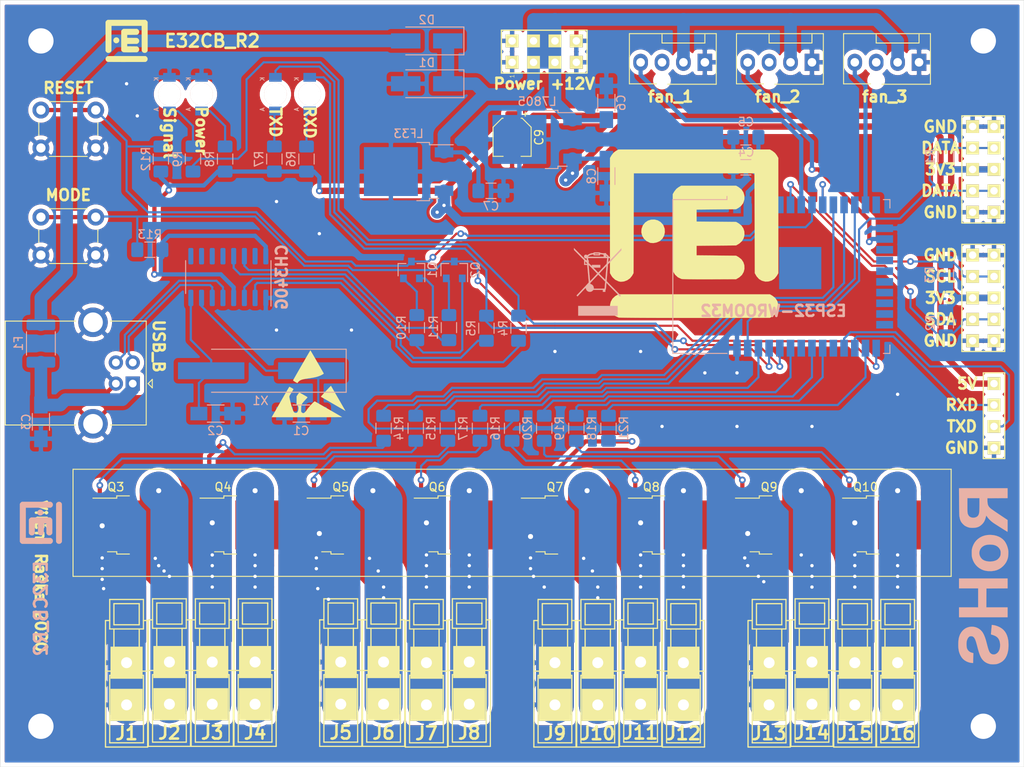
<source format=kicad_pcb>
(kicad_pcb (version 20171130) (host pcbnew 5.1.5-52549c5~84~ubuntu18.04.1)
  (layers (0 F.Cu signal hide) (31 B.Cu signal hide) (34 B.Paste user) (35 F.Paste user) (36 B.SilkS user) (37 F.SilkS user) (38 B.Mask user) (39 F.Mask user) (44 Edge.Cuts user))
  (net 0 "")
  (net 1 GND)
  (net 2 +3V3)
  (net 3 +12V)
  (net 4 /display_Vin)
  (net 5 "Net-(C1-Pad1)")
  (net 6 "Net-(C2-Pad1)")
  (net 7 "Net-(C3-Pad1)")
  (net 8 "Net-(CH340G1-Pad15)")
  (net 9 "Net-(CH340G1-Pad14)")
  (net 10 "Net-(CH340G1-Pad13)")
  (net 11 "Net-(CH340G1-Pad12)")
  (net 12 "Net-(CH340G1-Pad11)")
  (net 13 "Net-(CH340G1-Pad10)")
  (net 14 "Net-(CH340G1-Pad9)")
  (net 15 /USB_N)
  (net 16 /USB_P)
  (net 17 "Net-(CH340G1-Pad3)")
  (net 18 "Net-(CH340G1-Pad2)")
  (net 19 +5V)
  (net 20 /fan1)
  (net 21 "Net-(fan_1-Pad3)")
  (net 22 /fan2)
  (net 23 "Net-(fan_2-Pad3)")
  (net 24 /fan3)
  (net 25 "Net-(fan_3-Pad3)")
  (net 26 "Net-(J2-Pad1)")
  (net 27 "Net-(J4-Pad1)")
  (net 28 "Net-(J6-Pad1)")
  (net 29 "Net-(J8-Pad1)")
  (net 30 "Net-(J10-Pad1)")
  (net 31 "Net-(J12-Pad1)")
  (net 32 "Net-(J14-Pad1)")
  (net 33 "Net-(J16-Pad1)")
  (net 34 /U2_TXD)
  (net 35 /U2_RXD)
  (net 36 /OneWire)
  (net 37 /I2C_SCL)
  (net 38 /I2C_SDA)
  (net 39 /IO_0)
  (net 40 "Net-(Power1-Pad2)")
  (net 41 /EN)
  (net 42 "Net-(Q1-Pad2)")
  (net 43 "Net-(Q2-Pad2)")
  (net 44 "Net-(Q3-Pad1)")
  (net 45 "Net-(Q4-Pad1)")
  (net 46 "Net-(Q5-Pad1)")
  (net 47 "Net-(Q6-Pad1)")
  (net 48 "Net-(Q7-Pad1)")
  (net 49 "Net-(Q8-Pad1)")
  (net 50 "Net-(Q9-Pad1)")
  (net 51 "Net-(Q10-Pad1)")
  (net 52 /TXD)
  (net 53 /RXD)
  (net 54 "Net-(R6-Pad1)")
  (net 55 "Net-(R7-Pad1)")
  (net 56 /s_LED)
  (net 57 "Net-(R9-Pad1)")
  (net 58 /LED)
  (net 59 /pump)
  (net 60 /P12A)
  (net 61 /P12B)
  (net 62 /P3A)
  (net 63 /P3B)
  (net 64 /VM2)
  (net 65 /VM1)
  (net 66 "Net-(U1-Pad32)")
  (net 67 "Net-(U1-Pad29)")
  (net 68 "Net-(U1-Pad24)")
  (net 69 "Net-(U1-Pad23)")
  (net 70 "Net-(U1-Pad22)")
  (net 71 "Net-(U1-Pad21)")
  (net 72 "Net-(U1-Pad20)")
  (net 73 "Net-(U1-Pad19)")
  (net 74 "Net-(U1-Pad18)")
  (net 75 "Net-(U1-Pad17)")
  (net 76 "Net-(U1-Pad14)")
  (net 77 "Net-(U1-Pad5)")
  (net 78 "Net-(U1-Pad4)")
  (module Symbol:WEEE-Logo_5.6x8mm_SilkScreen (layer B.Cu) (at 157.48 79.375 180)
    (fp_text reference REF** hide)
    (fp_text value WEEE-Logo_5.6x8mm_SilkScreen hide)
  )
  (module Symbol:ESD-Logo_8.9x8mm_SilkScreen (layer F.Cu) (at 123.19 91.44)
    (fp_text reference REF** hide)
    (fp_text value ESD-Logo_8.9x8mm_SilkScreen hide)
  )
  (module Symbol:RoHS-Logo_6mm_SilkScreen (layer B.Cu) (at 203.2 114.3 270)
    (fp_text reference REF** hide)
    (fp_text value RoHS-Logo_6mm_SilkScreen hide)
  )
  (module EM:logo_5mm (layer B.Cu) (at 91.44 107.95 270)
    (fp_text reference G*** hide)
    (fp_text value LOGO hide)
  )
  (module EM:logo_5mm (layer F.Cu) (at 101.6 50.8)
    (fp_text reference G*** hide)
    (fp_text value LOGO hide)
  )
  (module EM:logo_20mm (layer F.Cu) (at 168.91 73.66)
    (fp_text reference G*** hide)
    (fp_text value LOGO hide)
  )
  (module Crystals:Crystal_SMD_HC49-SD_HandSoldering (layer B.Cu) (at 117.5705 89.916 180)
    (fp_text reference X1 (at 0.0955 -3.556 unlocked) (layer B.SilkS) (effects (justify mirror)))
    (fp_text value 12MHz)
    (pad 2 smd rect (at 5.9375 0 180) (size 7.875 2) (layers B.Cu B.Paste B.Mask) (net 6 "Net-(C2-Pad1)"))
    (pad 1 smd rect (at -5.9375 0 180) (size 7.875 2) (layers B.Cu B.Paste B.Mask) (net 5 "Net-(C1-Pad1)"))
  )
  (module RF_Module:ESP32-WROOM-32 (layer B.Cu) (at 182.245 78.74 270)
    (fp_text reference ESP32-WROOM32 (at 4.08 3.93 unlocked) (layer B.SilkS) (effects (font (size 1.3 1.3) (thickness 0.3)) (justify mirror)))
    (fp_text value ESP32-WROOM-32)
    (pad 38 smd rect (at 8.5 8.255 270) (size 2 0.9) (layers B.Cu B.Paste B.Mask) (net 1 GND))
    (pad 37 smd rect (at 8.5 6.985 270) (size 2 0.9) (layers B.Cu B.Paste B.Mask) (net 36 /OneWire))
    (pad 36 smd rect (at 8.5 5.715 270) (size 2 0.9) (layers B.Cu B.Paste B.Mask) (net 61 /P12B))
    (pad 35 smd rect (at 8.5 4.445 270) (size 2 0.9) (layers B.Cu B.Paste B.Mask) (net 53 /RXD))
    (pad 34 smd rect (at 8.5 3.175 270) (size 2 0.9) (layers B.Cu B.Paste B.Mask) (net 52 /TXD))
    (pad 33 smd rect (at 8.5 1.905 270) (size 2 0.9) (layers B.Cu B.Paste B.Mask) (net 60 /P12A))
    (pad 32 smd rect (at 8.5 0.635 270) (size 2 0.9) (layers B.Cu B.Paste B.Mask) (net 66 "Net-(U1-Pad32)"))
    (pad 31 smd rect (at 8.5 -0.635 270) (size 2 0.9) (layers B.Cu B.Paste B.Mask) (net 63 /P3B))
    (pad 30 smd rect (at 8.5 -1.905 270) (size 2 0.9) (layers B.Cu B.Paste B.Mask) (net 62 /P3A))
    (pad 29 smd rect (at 8.5 -3.175 270) (size 2 0.9) (layers B.Cu B.Paste B.Mask) (net 67 "Net-(U1-Pad29)"))
    (pad 28 smd rect (at 8.5 -4.445 270) (size 2 0.9) (layers B.Cu B.Paste B.Mask) (net 34 /U2_TXD))
    (pad 27 smd rect (at 8.5 -5.715 270) (size 2 0.9) (layers B.Cu B.Paste B.Mask) (net 35 /U2_RXD))
    (pad 26 smd rect (at 8.5 -6.985 270) (size 2 0.9) (layers B.Cu B.Paste B.Mask) (net 65 /VM1))
    (pad 25 smd rect (at 8.5 -8.255 270) (size 2 0.9) (layers B.Cu B.Paste B.Mask) (net 39 /IO_0))
    (pad 24 smd rect (at 5.715 -9.255 180) (size 2 0.9) (layers B.Cu B.Paste B.Mask) (net 68 "Net-(U1-Pad24)"))
    (pad 23 smd rect (at 4.445 -9.255 180) (size 2 0.9) (layers B.Cu B.Paste B.Mask) (net 69 "Net-(U1-Pad23)"))
    (pad 22 smd rect (at 3.175 -9.255 180) (size 2 0.9) (layers B.Cu B.Paste B.Mask) (net 70 "Net-(U1-Pad22)"))
    (pad 21 smd rect (at 1.905 -9.255 180) (size 2 0.9) (layers B.Cu B.Paste B.Mask) (net 71 "Net-(U1-Pad21)"))
    (pad 20 smd rect (at 0.635 -9.255 180) (size 2 0.9) (layers B.Cu B.Paste B.Mask) (net 72 "Net-(U1-Pad20)"))
    (pad 19 smd rect (at -0.635 -9.255 180) (size 2 0.9) (layers B.Cu B.Paste B.Mask) (net 73 "Net-(U1-Pad19)"))
    (pad 18 smd rect (at -1.905 -9.255 180) (size 2 0.9) (layers B.Cu B.Paste B.Mask) (net 74 "Net-(U1-Pad18)"))
    (pad 17 smd rect (at -3.175 -9.255 180) (size 2 0.9) (layers B.Cu B.Paste B.Mask) (net 75 "Net-(U1-Pad17)"))
    (pad 16 smd rect (at -4.445 -9.255 180) (size 2 0.9) (layers B.Cu B.Paste B.Mask) (net 22 /fan2))
    (pad 15 smd rect (at -5.715 -9.255 180) (size 2 0.9) (layers B.Cu B.Paste B.Mask) (net 1 GND))
    (pad 14 smd rect (at -8.5 -8.255 270) (size 2 0.9) (layers B.Cu B.Paste B.Mask) (net 76 "Net-(U1-Pad14)"))
    (pad 13 smd rect (at -8.5 -6.985 270) (size 2 0.9) (layers B.Cu B.Paste B.Mask) (net 24 /fan3))
    (pad 12 smd rect (at -8.5 -5.715 270) (size 2 0.9) (layers B.Cu B.Paste B.Mask) (net 59 /pump))
    (pad 11 smd rect (at -8.5 -4.445 270) (size 2 0.9) (layers B.Cu B.Paste B.Mask) (net 58 /LED))
    (pad 10 smd rect (at -8.5 -3.175 270) (size 2 0.9) (layers B.Cu B.Paste B.Mask) (net 64 /VM2))
    (pad 9 smd rect (at -8.5 -1.905 270) (size 2 0.9) (layers B.Cu B.Paste B.Mask) (net 37 /I2C_SCL))
    (pad 8 smd rect (at -8.5 -0.635 270) (size 2 0.9) (layers B.Cu B.Paste B.Mask) (net 56 /s_LED))
    (pad 7 smd rect (at -8.5 0.635 270) (size 2 0.9) (layers B.Cu B.Paste B.Mask) (net 20 /fan1))
    (pad 6 smd rect (at -8.5 1.905 270) (size 2 0.9) (layers B.Cu B.Paste B.Mask) (net 38 /I2C_SDA))
    (pad 5 smd rect (at -8.5 3.175 270) (size 2 0.9) (layers B.Cu B.Paste B.Mask) (net 77 "Net-(U1-Pad5)"))
    (pad 4 smd rect (at -8.5 4.445 270) (size 2 0.9) (layers B.Cu B.Paste B.Mask) (net 78 "Net-(U1-Pad4)"))
    (pad 3 smd rect (at -8.5 5.715 270) (size 2 0.9) (layers B.Cu B.Paste B.Mask) (net 41 /EN))
    (pad 2 smd rect (at -8.5 6.985 270) (size 2 0.9) (layers B.Cu B.Paste B.Mask) (net 2 +3V3))
    (pad 1 smd rect (at -8.5 8.255 270) (size 2 0.9) (layers B.Cu B.Paste B.Mask) (net 1 GND))
    (pad 39 smd rect (at -1 0.755 270) (size 5 5) (layers B.Cu B.Paste B.Mask))
  )
  (module Mlab_D:LED_1206 (layer B.Cu) (at 119.253 57.118 90)
    (fp_text reference TXD (at -3.334 0 270 unlocked) (layer F.SilkS) (effects (font (size 1.3 1.3) (thickness 0.3))))
    (fp_text value LED_R hide)
    (fp_text user K (at 1.80086 -1.5494 90) (layer B.SilkS) (effects (font (size 0.50038 0.50038) (thickness 0.09906)) (justify mirror)))
    (fp_text user A (at -1.80086 -1.5494 90) (layer B.SilkS) (effects (font (size 0.50038 0.50038) (thickness 0.09906)) (justify mirror)))
    (pad "" np_thru_hole circle (at 0 0 90) (size 2.7 2.7) (drill 2.7) (layers *.Cu *.Mask B.SilkS))
    (pad 1 smd rect (at 2 0 90) (size 1.05 1.5) (layers B.Cu B.Paste B.Mask) (net 52 /TXD))
    (pad 2 smd rect (at -2 0 90) (size 1.05 1.5) (layers B.Cu B.Paste B.Mask) (net 55 "Net-(R7-Pad1)"))
  )
  (module Mlab_D:LED_1206 (layer B.Cu) (at 106.68 57.118 90)
    (fp_text reference Signal (at -4.604 0 270 unlocked) (layer F.SilkS) (effects (font (size 1.3 1.3) (thickness 0.3))))
    (fp_text value LED_R hide)
    (fp_text user K (at 1.80086 -1.5494 90) (layer B.SilkS) (effects (font (size 0.50038 0.50038) (thickness 0.09906)) (justify mirror)))
    (fp_text user A (at -1.80086 -1.5494 90) (layer B.SilkS) (effects (font (size 0.50038 0.50038) (thickness 0.09906)) (justify mirror)))
    (pad "" np_thru_hole circle (at 0 0 90) (size 2.7 2.7) (drill 2.7) (layers *.Cu *.Mask B.SilkS))
    (pad 1 smd rect (at 2 0 90) (size 1.05 1.5) (layers B.Cu B.Paste B.Mask) (net 1 GND))
    (pad 2 smd rect (at -2 0 90) (size 1.05 1.5) (layers B.Cu B.Paste B.Mask) (net 57 "Net-(R9-Pad1)"))
  )
  (module Mlab_D:LED_1206 (layer B.Cu) (at 123.317 57.118 90)
    (fp_text reference RXD (at -3.334 0 270 unlocked) (layer F.SilkS) (effects (font (size 1.3 1.3) (thickness 0.3))))
    (fp_text value LED_R hide)
    (fp_text user K (at 1.80086 -1.5494 90) (layer B.SilkS) (effects (font (size 0.50038 0.50038) (thickness 0.09906)) (justify mirror)))
    (fp_text user A (at -1.80086 -1.5494 90) (layer B.SilkS) (effects (font (size 0.50038 0.50038) (thickness 0.09906)) (justify mirror)))
    (pad "" np_thru_hole circle (at 0 0 90) (size 2.7 2.7) (drill 2.7) (layers *.Cu *.Mask B.SilkS))
    (pad 1 smd rect (at 2 0 90) (size 1.05 1.5) (layers B.Cu B.Paste B.Mask) (net 53 /RXD))
    (pad 2 smd rect (at -2 0 90) (size 1.05 1.5) (layers B.Cu B.Paste B.Mask) (net 54 "Net-(R6-Pad1)"))
  )
  (module Buttons_Switches_THT:SW_PUSH_6mm_h4.3mm (layer F.Cu) (at 91.44 59)
    (fp_text reference RESET (at 3.25 -2.612 unlocked) (layer F.SilkS) (effects (font (size 1.3 1.3) (thickness 0.3))))
    (fp_text value SW_Push)
    (pad 1 thru_hole circle (at 6.5 0 90) (size 2 2) (drill 1.1) (layers *.Cu *.Mask) (net 41 /EN))
    (pad 2 thru_hole circle (at 6.5 4.5 90) (size 2 2) (drill 1.1) (layers *.Cu *.Mask) (net 1 GND))
    (pad 1 thru_hole circle (at 0 0 90) (size 2 2) (drill 1.1) (layers *.Cu *.Mask) (net 41 /EN))
    (pad 2 thru_hole circle (at 0 4.5 90) (size 2 2) (drill 1.1) (layers *.Cu *.Mask) (net 1 GND))
  )
  (module Resistor_SMD:R_1206_3216Metric_Pad1.42x1.75mm_HandSolder (layer B.Cu) (at 158.75 96.7375 90)
    (fp_text reference R21 (at 0 1.82 90) (layer B.SilkS) (effects (justify mirror)))
    (fp_text value 470R)
    (pad 2 smd roundrect (at 1.4875 0 90) (size 1.425 1.75) (layers B.Cu B.Paste B.Mask) (roundrect_rratio 0.175439) (net 65 /VM1))
    (pad 1 smd roundrect (at -1.4875 0 90) (size 1.425 1.75) (layers B.Cu B.Paste B.Mask) (roundrect_rratio 0.175439) (net 48 "Net-(Q7-Pad1)"))
  )
  (module Resistor_SMD:R_1206_3216Metric_Pad1.42x1.75mm_HandSolder (layer B.Cu) (at 147.32 96.7375 90)
    (fp_text reference R20 (at 0 1.82 90) (layer B.SilkS) (effects (justify mirror)))
    (fp_text value 470R)
    (pad 2 smd roundrect (at 1.4875 0 90) (size 1.425 1.75) (layers B.Cu B.Paste B.Mask) (roundrect_rratio 0.175439) (net 64 /VM2))
    (pad 1 smd roundrect (at -1.4875 0 90) (size 1.425 1.75) (layers B.Cu B.Paste B.Mask) (roundrect_rratio 0.175439) (net 49 "Net-(Q8-Pad1)"))
  )
  (module Resistor_SMD:R_1206_3216Metric_Pad1.42x1.75mm_HandSolder (layer B.Cu) (at 151.13 96.7375 90)
    (fp_text reference R19 (at 0 1.82 90) (layer B.SilkS) (effects (justify mirror)))
    (fp_text value 470R)
    (pad 2 smd roundrect (at 1.4875 0 90) (size 1.425 1.75) (layers B.Cu B.Paste B.Mask) (roundrect_rratio 0.175439) (net 63 /P3B))
    (pad 1 smd roundrect (at -1.4875 0 90) (size 1.425 1.75) (layers B.Cu B.Paste B.Mask) (roundrect_rratio 0.175439) (net 50 "Net-(Q9-Pad1)"))
  )
  (module Resistor_SMD:R_1206_3216Metric_Pad1.42x1.75mm_HandSolder (layer B.Cu) (at 154.94 96.7375 90)
    (fp_text reference R18 (at 0 1.82 90) (layer B.SilkS) (effects (justify mirror)))
    (fp_text value 470R)
    (pad 2 smd roundrect (at 1.4875 0 90) (size 1.425 1.75) (layers B.Cu B.Paste B.Mask) (roundrect_rratio 0.175439) (net 62 /P3A))
    (pad 1 smd roundrect (at -1.4875 0 90) (size 1.425 1.75) (layers B.Cu B.Paste B.Mask) (roundrect_rratio 0.175439) (net 51 "Net-(Q10-Pad1)"))
  )
  (module Resistor_SMD:R_1206_3216Metric_Pad1.42x1.75mm_HandSolder (layer B.Cu) (at 139.7 96.7375 90)
    (fp_text reference R17 (at 0 1.82 90) (layer B.SilkS) (effects (justify mirror)))
    (fp_text value 470R)
    (pad 2 smd roundrect (at 1.4875 0 90) (size 1.425 1.75) (layers B.Cu B.Paste B.Mask) (roundrect_rratio 0.175439) (net 61 /P12B))
    (pad 1 smd roundrect (at -1.4875 0 90) (size 1.425 1.75) (layers B.Cu B.Paste B.Mask) (roundrect_rratio 0.175439) (net 46 "Net-(Q5-Pad1)"))
  )
  (module Resistor_SMD:R_1206_3216Metric_Pad1.42x1.75mm_HandSolder (layer B.Cu) (at 143.51 96.7375 90)
    (fp_text reference R16 (at 0 1.82 90) (layer B.SilkS) (effects (justify mirror)))
    (fp_text value 470R)
    (pad 2 smd roundrect (at 1.4875 0 90) (size 1.425 1.75) (layers B.Cu B.Paste B.Mask) (roundrect_rratio 0.175439) (net 60 /P12A))
    (pad 1 smd roundrect (at -1.4875 0 90) (size 1.425 1.75) (layers B.Cu B.Paste B.Mask) (roundrect_rratio 0.175439) (net 47 "Net-(Q6-Pad1)"))
  )
  (module Resistor_SMD:R_1206_3216Metric_Pad1.42x1.75mm_HandSolder (layer B.Cu) (at 135.89 96.7375 90)
    (fp_text reference R15 (at 0 1.82 90 unlocked) (layer B.SilkS) (effects (justify mirror)))
    (fp_text value 470R)
    (pad 2 smd roundrect (at 1.4875 0 90) (size 1.425 1.75) (layers B.Cu B.Paste B.Mask) (roundrect_rratio 0.175439) (net 59 /pump))
    (pad 1 smd roundrect (at -1.4875 0 90) (size 1.425 1.75) (layers B.Cu B.Paste B.Mask) (roundrect_rratio 0.175439) (net 44 "Net-(Q3-Pad1)"))
  )
  (module Resistor_SMD:R_1206_3216Metric_Pad1.42x1.75mm_HandSolder (layer B.Cu) (at 132.08 96.7375 90)
    (fp_text reference R14 (at 0 1.82 90) (layer B.SilkS) (effects (justify mirror)))
    (fp_text value 470R)
    (pad 2 smd roundrect (at 1.4875 0 90) (size 1.425 1.75) (layers B.Cu B.Paste B.Mask) (roundrect_rratio 0.175439) (net 58 /LED))
    (pad 1 smd roundrect (at -1.4875 0 90) (size 1.425 1.75) (layers B.Cu B.Paste B.Mask) (roundrect_rratio 0.175439) (net 45 "Net-(Q4-Pad1)"))
  )
  (module Resistor_SMD:R_1206_3216Metric_Pad1.42x1.75mm_HandSolder (layer B.Cu) (at 104.3575 75.565 180)
    (fp_text reference R13 (at 0 1.82) (layer B.SilkS) (effects (justify mirror)))
    (fp_text value 10k)
    (pad 2 smd roundrect (at 1.4875 0 180) (size 1.425 1.75) (layers B.Cu B.Paste B.Mask) (roundrect_rratio 0.175439) (net 39 /IO_0))
    (pad 1 smd roundrect (at -1.4875 0 180) (size 1.425 1.75) (layers B.Cu B.Paste B.Mask) (roundrect_rratio 0.175439) (net 2 +3V3))
  )
  (module Resistor_SMD:R_1206_3216Metric_Pad1.42x1.75mm_HandSolder (layer B.Cu) (at 105.664 64.8065 90)
    (fp_text reference R12 (at 0 -1.778 90) (layer B.SilkS) (effects (justify mirror)))
    (fp_text value 10k)
    (pad 2 smd roundrect (at 1.4875 0 90) (size 1.425 1.75) (layers B.Cu B.Paste B.Mask) (roundrect_rratio 0.175439) (net 41 /EN))
    (pad 1 smd roundrect (at -1.4875 0 90) (size 1.425 1.75) (layers B.Cu B.Paste B.Mask) (roundrect_rratio 0.175439) (net 2 +3V3))
  )
  (module Resistor_SMD:R_1206_3216Metric_Pad1.42x1.75mm_HandSolder (layer B.Cu) (at 139.827 84.7995 270)
    (fp_text reference R11 (at 0 1.82 90) (layer B.SilkS) (effects (justify mirror)))
    (fp_text value 12k)
    (pad 2 smd roundrect (at 1.4875 0 270) (size 1.425 1.75) (layers B.Cu B.Paste B.Mask) (roundrect_rratio 0.175439) (net 9 "Net-(CH340G1-Pad14)"))
    (pad 1 smd roundrect (at -1.4875 0 270) (size 1.425 1.75) (layers B.Cu B.Paste B.Mask) (roundrect_rratio 0.175439) (net 43 "Net-(Q2-Pad2)"))
  )
  (module Resistor_SMD:R_1206_3216Metric_Pad1.42x1.75mm_HandSolder (layer B.Cu) (at 136.017 84.7995 270)
    (fp_text reference R10 (at 0 1.82 90) (layer B.SilkS) (effects (justify mirror)))
    (fp_text value 12k)
    (pad 2 smd roundrect (at 1.4875 0 270) (size 1.425 1.75) (layers B.Cu B.Paste B.Mask) (roundrect_rratio 0.175439) (net 10 "Net-(CH340G1-Pad13)"))
    (pad 1 smd roundrect (at -1.4875 0 270) (size 1.425 1.75) (layers B.Cu B.Paste B.Mask) (roundrect_rratio 0.175439) (net 42 "Net-(Q1-Pad2)"))
  )
  (module Resistor_SMD:R_1206_3216Metric_Pad1.42x1.75mm_HandSolder (layer B.Cu) (at 109.474 64.8065 270)
    (fp_text reference R9 (at 0 1.82 90) (layer B.SilkS) (effects (justify mirror)))
    (fp_text value 1k)
    (pad 2 smd roundrect (at 1.4875 0 270) (size 1.425 1.75) (layers B.Cu B.Paste B.Mask) (roundrect_rratio 0.175439) (net 56 /s_LED))
    (pad 1 smd roundrect (at -1.4875 0 270) (size 1.425 1.75) (layers B.Cu B.Paste B.Mask) (roundrect_rratio 0.175439) (net 57 "Net-(R9-Pad1)"))
  )
  (module Resistor_SMD:R_1206_3216Metric_Pad1.42x1.75mm_HandSolder (layer B.Cu) (at 113.284 64.8065 270)
    (fp_text reference R8 (at 0 1.82 90) (layer B.SilkS) (effects (justify mirror)))
    (fp_text value 1k)
    (pad 2 smd roundrect (at 1.4875 0 270) (size 1.425 1.75) (layers B.Cu B.Paste B.Mask) (roundrect_rratio 0.175439) (net 2 +3V3))
    (pad 1 smd roundrect (at -1.4875 0 270) (size 1.425 1.75) (layers B.Cu B.Paste B.Mask) (roundrect_rratio 0.175439) (net 40 "Net-(Power1-Pad2)"))
  )
  (module Resistor_SMD:R_1206_3216Metric_Pad1.42x1.75mm_HandSolder (layer B.Cu) (at 119.126 64.8065 270)
    (fp_text reference R7 (at 0 1.82 90) (layer B.SilkS) (effects (justify mirror)))
    (fp_text value 1k)
    (pad 2 smd roundrect (at 1.4875 0 270) (size 1.425 1.75) (layers B.Cu B.Paste B.Mask) (roundrect_rratio 0.175439) (net 2 +3V3))
    (pad 1 smd roundrect (at -1.4875 0 270) (size 1.425 1.75) (layers B.Cu B.Paste B.Mask) (roundrect_rratio 0.175439) (net 55 "Net-(R7-Pad1)"))
  )
  (module Resistor_SMD:R_1206_3216Metric_Pad1.42x1.75mm_HandSolder (layer B.Cu) (at 122.936 64.8065 270)
    (fp_text reference R6 (at 0 1.82 90) (layer B.SilkS) (effects (justify mirror)))
    (fp_text value 1k)
    (pad 2 smd roundrect (at 1.4875 0 270) (size 1.425 1.75) (layers B.Cu B.Paste B.Mask) (roundrect_rratio 0.175439) (net 2 +3V3))
    (pad 1 smd roundrect (at -1.4875 0 270) (size 1.425 1.75) (layers B.Cu B.Paste B.Mask) (roundrect_rratio 0.175439) (net 54 "Net-(R6-Pad1)"))
  )
  (module Resistor_SMD:R_1206_3216Metric_Pad1.42x1.75mm_HandSolder (layer B.Cu) (at 144.272 84.8725 270)
    (fp_text reference R5 (at 0 1.82 90) (layer B.SilkS) (effects (justify mirror)))
    (fp_text value 470R)
    (pad 2 smd roundrect (at 1.4875 0 270) (size 1.425 1.75) (layers B.Cu B.Paste B.Mask) (roundrect_rratio 0.175439) (net 17 "Net-(CH340G1-Pad3)"))
    (pad 1 smd roundrect (at -1.4875 0 270) (size 1.425 1.75) (layers B.Cu B.Paste B.Mask) (roundrect_rratio 0.175439) (net 53 /RXD))
  )
  (module Resistor_SMD:R_1206_3216Metric_Pad1.42x1.75mm_HandSolder (layer B.Cu) (at 148.082 84.8725 270)
    (fp_text reference R4 (at 0 1.82 90) (layer B.SilkS) (effects (justify mirror)))
    (fp_text value 470R)
    (pad 2 smd roundrect (at 1.4875 0 270) (size 1.425 1.75) (layers B.Cu B.Paste B.Mask) (roundrect_rratio 0.175439) (net 18 "Net-(CH340G1-Pad2)"))
    (pad 1 smd roundrect (at -1.4875 0 270) (size 1.425 1.75) (layers B.Cu B.Paste B.Mask) (roundrect_rratio 0.175439) (net 52 /TXD))
  )
  (module Resistor_SMD:R_1206_3216Metric_Pad1.42x1.75mm_HandSolder (layer B.Cu) (at 198.755 78.5225 90)
    (fp_text reference R3 (at 0 -1.905 90) (layer B.SilkS) (effects (justify mirror)))
    (fp_text value 1k2)
    (pad 2 smd roundrect (at 1.4875 0 90) (size 1.425 1.75) (layers B.Cu B.Paste B.Mask) (roundrect_rratio 0.175439) (net 37 /I2C_SCL))
    (pad 1 smd roundrect (at -1.4875 0 90) (size 1.425 1.75) (layers B.Cu B.Paste B.Mask) (roundrect_rratio 0.175439) (net 2 +3V3))
  )
  (module Resistor_SMD:R_1206_3216Metric_Pad1.42x1.75mm_HandSolder (layer B.Cu) (at 198.755 84.2375 270)
    (fp_text reference R2 (at 0 1.82 90) (layer B.SilkS) (effects (justify mirror)))
    (fp_text value 1k2)
    (pad 2 smd roundrect (at 1.4875 0 270) (size 1.425 1.75) (layers B.Cu B.Paste B.Mask) (roundrect_rratio 0.175439) (net 38 /I2C_SDA))
    (pad 1 smd roundrect (at -1.4875 0 270) (size 1.425 1.75) (layers B.Cu B.Paste B.Mask) (roundrect_rratio 0.175439) (net 2 +3V3))
  )
  (module Resistor_SMD:R_1206_3216Metric_Pad1.42x1.75mm_HandSolder (layer B.Cu) (at 198.755 64.5525 270)
    (fp_text reference R1 (at 0 1.82 90) (layer B.SilkS) (effects (justify mirror)))
    (fp_text value 4k7)
    (pad 2 smd roundrect (at 1.4875 0 270) (size 1.425 1.75) (layers B.Cu B.Paste B.Mask) (roundrect_rratio 0.175439) (net 2 +3V3))
    (pad 1 smd roundrect (at -1.4875 0 270) (size 1.425 1.75) (layers B.Cu B.Paste B.Mask) (roundrect_rratio 0.175439) (net 36 /OneWire))
  )
  (module Package_TO_SOT_SMD:TO-252-2 (layer F.Cu) (at 191.805 108.205)
    (fp_text reference Q10 (at -2.575 -4.5) (layer F.SilkS))
    (fp_text value IRLR2905)
    (pad 2 smd rect (at 2.1 0) (size 6.4 5.8) (layers F.Cu F.Mask) (net 33 "Net-(J16-Pad1)"))
    (pad 3 smd rect (at -4.2 2.28) (size 2.2 1.2) (layers F.Cu F.Paste F.Mask) (net 1 GND))
    (pad 1 smd rect (at -4.2 -2.28) (size 2.2 1.2) (layers F.Cu F.Paste F.Mask) (net 51 "Net-(Q10-Pad1)"))
  )
  (module Package_TO_SOT_SMD:TO-252-2 (layer F.Cu) (at 179.105 108.205)
    (fp_text reference Q9 (at -1.305 -4.5) (layer F.SilkS))
    (fp_text value IRLR2905)
    (pad 2 smd rect (at 2.1 0) (size 6.4 5.8) (layers F.Cu F.Mask) (net 32 "Net-(J14-Pad1)"))
    (pad 3 smd rect (at -4.2 2.28) (size 2.2 1.2) (layers F.Cu F.Paste F.Mask) (net 1 GND))
    (pad 1 smd rect (at -4.2 -2.28) (size 2.2 1.2) (layers F.Cu F.Paste F.Mask) (net 50 "Net-(Q9-Pad1)"))
  )
  (module Package_TO_SOT_SMD:TO-252-2 (layer F.Cu) (at 166.405 108.205)
    (fp_text reference Q8 (at -2.575 -4.5) (layer F.SilkS))
    (fp_text value IRLR2905)
    (pad 2 smd rect (at 2.1 0) (size 6.4 5.8) (layers F.Cu F.Mask) (net 31 "Net-(J12-Pad1)"))
    (pad 3 smd rect (at -4.2 2.28) (size 2.2 1.2) (layers F.Cu F.Paste F.Mask) (net 1 GND))
    (pad 1 smd rect (at -4.2 -2.28) (size 2.2 1.2) (layers F.Cu F.Paste F.Mask) (net 49 "Net-(Q8-Pad1)"))
  )
  (module Package_TO_SOT_SMD:TO-252-2 (layer F.Cu) (at 153.705 108.205)
    (fp_text reference Q7 (at -1.305 -4.5) (layer F.SilkS))
    (fp_text value IRLR2905)
    (pad 2 smd rect (at 2.1 0) (size 6.4 5.8) (layers F.Cu F.Mask) (net 30 "Net-(J10-Pad1)"))
    (pad 3 smd rect (at -4.2 2.28) (size 2.2 1.2) (layers F.Cu F.Paste F.Mask) (net 1 GND))
    (pad 1 smd rect (at -4.2 -2.28) (size 2.2 1.2) (layers F.Cu F.Paste F.Mask) (net 48 "Net-(Q7-Pad1)"))
  )
  (module Package_TO_SOT_SMD:TO-252-2 (layer F.Cu) (at 141.005 108.205)
    (fp_text reference Q6 (at -2.575 -4.5) (layer F.SilkS))
    (fp_text value IRLR2905)
    (pad 2 smd rect (at 2.1 0) (size 6.4 5.8) (layers F.Cu F.Mask) (net 29 "Net-(J8-Pad1)"))
    (pad 3 smd rect (at -4.2 2.28) (size 2.2 1.2) (layers F.Cu F.Paste F.Mask) (net 1 GND))
    (pad 1 smd rect (at -4.2 -2.28) (size 2.2 1.2) (layers F.Cu F.Paste F.Mask) (net 47 "Net-(Q6-Pad1)"))
  )
  (module Package_TO_SOT_SMD:TO-252-2 (layer F.Cu) (at 128.305 108.205)
    (fp_text reference Q5 (at -1.305 -4.5) (layer F.SilkS))
    (fp_text value IRLR2905)
    (pad 2 smd rect (at 2.1 0) (size 6.4 5.8) (layers F.Cu F.Mask) (net 28 "Net-(J6-Pad1)"))
    (pad 3 smd rect (at -4.2 2.28) (size 2.2 1.2) (layers F.Cu F.Paste F.Mask) (net 1 GND))
    (pad 1 smd rect (at -4.2 -2.28) (size 2.2 1.2) (layers F.Cu F.Paste F.Mask) (net 46 "Net-(Q5-Pad1)"))
  )
  (module Package_TO_SOT_SMD:TO-252-2 (layer F.Cu) (at 115.605 108.205)
    (fp_text reference Q4 (at -2.575 -4.5) (layer F.SilkS))
    (fp_text value IRLR2905)
    (pad 2 smd rect (at 2.1 0) (size 6.4 5.8) (layers F.Cu F.Mask) (net 27 "Net-(J4-Pad1)"))
    (pad 3 smd rect (at -4.2 2.28) (size 2.2 1.2) (layers F.Cu F.Paste F.Mask) (net 1 GND))
    (pad 1 smd rect (at -4.2 -2.28) (size 2.2 1.2) (layers F.Cu F.Paste F.Mask) (net 45 "Net-(Q4-Pad1)"))
  )
  (module Package_TO_SOT_SMD:TO-252-2 (layer F.Cu) (at 102.905 108.205)
    (fp_text reference Q3 (at -2.575 -4.5) (layer F.SilkS))
    (fp_text value IRLR2905)
    (pad 2 smd rect (at 2.1 0) (size 6.4 5.8) (layers F.Cu F.Mask) (net 26 "Net-(J2-Pad1)"))
    (pad 3 smd rect (at -4.2 2.28) (size 2.2 1.2) (layers F.Cu F.Paste F.Mask) (net 1 GND))
    (pad 1 smd rect (at -4.2 -2.28) (size 2.2 1.2) (layers F.Cu F.Paste F.Mask) (net 44 "Net-(Q3-Pad1)"))
  )
  (module TO_SOT_Packages_SMD:SOT-23 (layer B.Cu) (at 140.462 77.962 90)
    (fp_text reference Q2 (at 0 2.5 90) (layer B.SilkS) (effects (justify mirror)))
    (fp_text value S8050)
    (pad 3 smd rect (at 1 0 90) (size 0.9 0.8) (layers B.Cu B.Paste B.Mask) (net 39 /IO_0))
    (pad 2 smd rect (at -1 -0.95 90) (size 0.9 0.8) (layers B.Cu B.Paste B.Mask) (net 43 "Net-(Q2-Pad2)"))
    (pad 1 smd rect (at -1 0.95 90) (size 0.9 0.8) (layers B.Cu B.Paste B.Mask) (net 10 "Net-(CH340G1-Pad13)"))
  )
  (module TO_SOT_Packages_SMD:SOT-23 (layer B.Cu) (at 135.382 77.962 90)
    (fp_text reference Q1 (at 0 2.5 90) (layer B.SilkS) (effects (justify mirror)))
    (fp_text value S8050)
    (pad 3 smd rect (at 1 0 90) (size 0.9 0.8) (layers B.Cu B.Paste B.Mask) (net 41 /EN))
    (pad 2 smd rect (at -1 -0.95 90) (size 0.9 0.8) (layers B.Cu B.Paste B.Mask) (net 42 "Net-(Q1-Pad2)"))
    (pad 1 smd rect (at -1 0.95 90) (size 0.9 0.8) (layers B.Cu B.Paste B.Mask) (net 9 "Net-(CH340G1-Pad14)"))
  )
  (module Mlab_D:LED_1206 (layer B.Cu) (at 110.49 57.118 90)
    (fp_text reference Power (at -4.35 0 270 unlocked) (layer F.SilkS) (effects (font (size 1.3 1.3) (thickness 0.3))))
    (fp_text value LED_R hide)
    (fp_text user K (at 1.80086 -1.5494 90) (layer B.SilkS) (effects (font (size 0.50038 0.50038) (thickness 0.09906)) (justify mirror)))
    (fp_text user A (at -1.80086 -1.5494 90) (layer B.SilkS) (effects (font (size 0.50038 0.50038) (thickness 0.09906)) (justify mirror)))
    (pad "" np_thru_hole circle (at 0 0 90) (size 2.7 2.7) (drill 2.7) (layers *.Cu *.Mask B.SilkS))
    (pad 1 smd rect (at 2 0 90) (size 1.05 1.5) (layers B.Cu B.Paste B.Mask) (net 1 GND))
    (pad 2 smd rect (at -2 0 90) (size 1.05 1.5) (layers B.Cu B.Paste B.Mask) (net 40 "Net-(Power1-Pad2)"))
  )
  (module Buttons_Switches_THT:SW_PUSH_6mm_h4.3mm (layer F.Cu) (at 91.44 71.7)
    (fp_text reference MODE (at 3.25 -2.612 unlocked) (layer F.SilkS) (effects (font (size 1.3 1.3) (thickness 0.3))))
    (fp_text value SW_Push)
    (pad 1 thru_hole circle (at 6.5 0 90) (size 2 2) (drill 1.1) (layers *.Cu *.Mask) (net 39 /IO_0))
    (pad 2 thru_hole circle (at 6.5 4.5 90) (size 2 2) (drill 1.1) (layers *.Cu *.Mask) (net 1 GND))
    (pad 1 thru_hole circle (at 0 0 90) (size 2 2) (drill 1.1) (layers *.Cu *.Mask) (net 39 /IO_0))
    (pad 2 thru_hole circle (at 0 4.5 90) (size 2 2) (drill 1.1) (layers *.Cu *.Mask) (net 1 GND))
  )
  (module Connector_USB:USB_B_OST_USB-B1HSxx_Horizontal (layer F.Cu) (at 102.33 91.44 180)
    (fp_text reference USB_B (at -3.08 4.445 270 unlocked) (layer F.SilkS) (effects (font (size 1.3 1.3) (thickness 0.3))))
    (fp_text value USB_B)
    (pad 5 thru_hole circle (at 4.71 7.27 180) (size 3.5 3.5) (drill 2.33) (layers *.Cu *.Mask) (net 1 GND))
    (pad 5 thru_hole circle (at 4.71 -4.77 180) (size 3.5 3.5) (drill 2.33) (layers *.Cu *.Mask) (net 1 GND))
    (pad 4 thru_hole circle (at 2 0 180) (size 1.7 1.7) (drill 0.92) (layers *.Cu *.Mask) (net 1 GND))
    (pad 3 thru_hole circle (at 2 2.5 180) (size 1.7 1.7) (drill 0.92) (layers *.Cu *.Mask) (net 16 /USB_P))
    (pad 2 thru_hole circle (at 0 2.5 180) (size 1.7 1.7) (drill 0.92) (layers *.Cu *.Mask) (net 15 /USB_N))
    (pad 1 thru_hole rect (at 0 0 180) (size 1.7 1.7) (drill 0.92) (layers *.Cu *.Mask) (net 7 "Net-(C3-Pad1)"))
  )
  (module Mlab_Pin_Headers:Straight_2x05 (layer F.Cu) (at 203.2 81.28 180)
    (fp_text reference J20 hide)
    (fp_text value I2C hide)
    (pad 10 thru_hole rect (at 1.27 5.08 180) (size 1.524 1.524) (drill 0.889) (layers *.Cu *.Mask F.SilkS) (net 1 GND))
    (pad 9 thru_hole rect (at -1.27 5.08 180) (size 1.524 1.524) (drill 0.889) (layers *.Cu *.Mask F.SilkS) (net 1 GND))
    (pad 8 thru_hole rect (at 1.27 2.54 180) (size 1.524 1.524) (drill 0.889) (layers *.Cu *.Mask F.SilkS) (net 37 /I2C_SCL))
    (pad 7 thru_hole rect (at -1.27 2.54 180) (size 1.524 1.524) (drill 0.889) (layers *.Cu *.Mask F.SilkS) (net 37 /I2C_SCL))
    (pad 6 thru_hole rect (at 1.27 0 180) (size 1.524 1.524) (drill 0.889) (layers *.Cu *.Mask F.SilkS) (net 2 +3V3))
    (pad 5 thru_hole rect (at -1.27 0 180) (size 1.524 1.524) (drill 0.889) (layers *.Cu *.Mask F.SilkS) (net 2 +3V3))
    (pad 4 thru_hole rect (at 1.27 -2.54 180) (size 1.524 1.524) (drill 0.889) (layers *.Cu *.Mask F.SilkS) (net 38 /I2C_SDA))
    (pad 3 thru_hole rect (at -1.27 -2.54 180) (size 1.524 1.524) (drill 0.889) (layers *.Cu *.Mask F.SilkS) (net 38 /I2C_SDA))
    (pad 2 thru_hole rect (at 1.27 -5.08 180) (size 1.524 1.524) (drill 0.889) (layers *.Cu *.Mask F.SilkS) (net 1 GND))
    (pad 1 thru_hole rect (at -1.27 -5.08 180) (size 1.524 1.524) (drill 0.889) (layers *.Cu *.Mask F.SilkS) (net 1 GND))
  )
  (module Mlab_Pin_Headers:Straight_2x05 (layer F.Cu) (at 203.2 66.04 180)
    (fp_text reference J19 hide)
    (fp_text value OneWire hide)
    (pad 10 thru_hole rect (at 1.27 5.08 180) (size 1.524 1.524) (drill 0.889) (layers *.Cu *.Mask F.SilkS) (net 1 GND))
    (pad 9 thru_hole rect (at -1.27 5.08 180) (size 1.524 1.524) (drill 0.889) (layers *.Cu *.Mask F.SilkS) (net 1 GND))
    (pad 8 thru_hole rect (at 1.27 2.54 180) (size 1.524 1.524) (drill 0.889) (layers *.Cu *.Mask F.SilkS) (net 36 /OneWire))
    (pad 7 thru_hole rect (at -1.27 2.54 180) (size 1.524 1.524) (drill 0.889) (layers *.Cu *.Mask F.SilkS) (net 36 /OneWire))
    (pad 6 thru_hole rect (at 1.27 0 180) (size 1.524 1.524) (drill 0.889) (layers *.Cu *.Mask F.SilkS) (net 2 +3V3))
    (pad 5 thru_hole rect (at -1.27 0 180) (size 1.524 1.524) (drill 0.889) (layers *.Cu *.Mask F.SilkS) (net 2 +3V3))
    (pad 4 thru_hole rect (at 1.27 -2.54 180) (size 1.524 1.524) (drill 0.889) (layers *.Cu *.Mask F.SilkS) (net 36 /OneWire))
    (pad 3 thru_hole rect (at -1.27 -2.54 180) (size 1.524 1.524) (drill 0.889) (layers *.Cu *.Mask F.SilkS) (net 36 /OneWire))
    (pad 2 thru_hole rect (at 1.27 -5.08 180) (size 1.524 1.524) (drill 0.889) (layers *.Cu *.Mask F.SilkS) (net 1 GND))
    (pad 1 thru_hole rect (at -1.27 -5.08 180) (size 1.524 1.524) (drill 0.889) (layers *.Cu *.Mask F.SilkS) (net 1 GND))
  )
  (module Mlab_Pin_Headers:Straight_2x04 (layer F.Cu) (at 151.13 52.07 90)
    (fp_text reference J18 hide)
    (fp_text value Power hide)
    (fp_text user 1 (at -2.921 -3.81 90) (layer F.SilkS) (effects (font (size 0.5 0.5) (thickness 0.05))))
    (pad 8 thru_hole rect (at 1.27 3.81 90) (size 1.524 1.524) (drill 0.889) (layers *.Cu *.Mask F.SilkS) (net 1 GND))
    (pad 7 thru_hole rect (at -1.27 3.81 90) (size 1.524 1.524) (drill 0.889) (layers *.Cu *.Mask F.SilkS) (net 1 GND))
    (pad 6 thru_hole rect (at 1.27 1.27 90) (size 1.524 1.524) (drill 0.889) (layers *.Cu *.Mask F.SilkS) (net 3 +12V))
    (pad 5 thru_hole rect (at -1.27 1.27 90) (size 1.524 1.524) (drill 0.889) (layers *.Cu *.Mask F.SilkS) (net 3 +12V))
    (pad 4 thru_hole rect (at 1.27 -1.27 90) (size 1.524 1.524) (drill 0.889) (layers *.Cu *.Mask F.SilkS) (net 3 +12V))
    (pad 3 thru_hole rect (at -1.27 -1.27 90) (size 1.524 1.524) (drill 0.889) (layers *.Cu *.Mask F.SilkS) (net 3 +12V))
    (pad 2 thru_hole rect (at 1.27 -3.81 90) (size 1.524 1.524) (drill 0.889) (layers *.Cu *.Mask F.SilkS) (net 1 GND))
    (pad 1 thru_hole rect (at -1.27 -3.81 90) (size 1.524 1.524) (drill 0.889) (layers *.Cu *.Mask F.SilkS) (net 1 GND))
  )
  (module Mlab_Pin_Headers:Straight_1x04 (layer F.Cu) (at 204.47 95.25 180)
    (fp_text reference J17 hide)
    (fp_text value NEXTION hide)
    (pad 1 thru_hole rect (at 0 -3.81 180) (size 1.524 1.524) (drill 0.889) (layers *.Cu *.Mask F.SilkS) (net 1 GND))
    (pad 2 thru_hole rect (at 0 -1.27 180) (size 1.524 1.524) (drill 0.889) (layers *.Cu *.Mask F.SilkS) (net 34 /U2_TXD))
    (pad 3 thru_hole rect (at 0 1.27 180) (size 1.524 1.524) (drill 0.889) (layers *.Cu *.Mask F.SilkS) (net 35 /U2_RXD))
    (pad 4 thru_hole rect (at 0 3.81 180) (size 1.524 1.524) (drill 0.889) (layers *.Cu *.Mask F.SilkS) (net 4 /display_Vin))
  )
  (module Mlab_CON:WAGO256 (layer F.Cu) (at 193.04 127.08 90)
    (fp_text reference J16 (at -5.842 0) (layer F.SilkS) (effects (font (size 1.524 1.524) (thickness 0.3048))))
    (fp_text value P3A hide)
    (pad 1 thru_hole rect (at 2.54 0 180) (size 3.81 3.81) (drill 1.3) (layers *.Cu *.Mask F.SilkS) (net 33 "Net-(J16-Pad1)"))
    (pad 1 thru_hole rect (at -2.46 0 180) (size 3.81 3.81) (drill 1.3) (layers *.Cu *.Mask F.SilkS) (net 33 "Net-(J16-Pad1)"))
  )
  (module Mlab_CON:WAGO256 (layer F.Cu) (at 187.96 127.08 90)
    (fp_text reference J15 (at -5.842 0) (layer F.SilkS) (effects (font (size 1.524 1.524) (thickness 0.3048))))
    (fp_text value GND hide)
    (pad 1 thru_hole rect (at 2.54 0 180) (size 3.81 3.81) (drill 1.3) (layers *.Cu *.Mask F.SilkS) (net 1 GND))
    (pad 1 thru_hole rect (at -2.46 0 180) (size 3.81 3.81) (drill 1.3) (layers *.Cu *.Mask F.SilkS) (net 1 GND))
  )
  (module Mlab_CON:WAGO256 (layer F.Cu) (at 182.88 127 90)
    (fp_text reference J14 (at -5.842 0) (layer F.SilkS) (effects (font (size 1.524 1.524) (thickness 0.3048))))
    (fp_text value P3B hide)
    (pad 1 thru_hole rect (at 2.54 0 180) (size 3.81 3.81) (drill 1.3) (layers *.Cu *.Mask F.SilkS) (net 32 "Net-(J14-Pad1)"))
    (pad 1 thru_hole rect (at -2.46 0 180) (size 3.81 3.81) (drill 1.3) (layers *.Cu *.Mask F.SilkS) (net 32 "Net-(J14-Pad1)"))
  )
  (module Mlab_CON:WAGO256 (layer F.Cu) (at 177.8 127.08 90)
    (fp_text reference J13 (at -5.842 0) (layer F.SilkS) (effects (font (size 1.524 1.524) (thickness 0.3048))))
    (fp_text value GND hide)
    (pad 1 thru_hole rect (at 2.54 0 180) (size 3.81 3.81) (drill 1.3) (layers *.Cu *.Mask F.SilkS) (net 1 GND))
    (pad 1 thru_hole rect (at -2.46 0 180) (size 3.81 3.81) (drill 1.3) (layers *.Cu *.Mask F.SilkS) (net 1 GND))
  )
  (module Mlab_CON:WAGO256 (layer F.Cu) (at 167.64 127.08 90)
    (fp_text reference J12 (at -5.842 0) (layer F.SilkS) (effects (font (size 1.524 1.524) (thickness 0.3048))))
    (fp_text value VM2 hide)
    (pad 1 thru_hole rect (at 2.54 0 180) (size 3.81 3.81) (drill 1.3) (layers *.Cu *.Mask F.SilkS) (net 31 "Net-(J12-Pad1)"))
    (pad 1 thru_hole rect (at -2.46 0 180) (size 3.81 3.81) (drill 1.3) (layers *.Cu *.Mask F.SilkS) (net 31 "Net-(J12-Pad1)"))
  )
  (module Mlab_CON:WAGO256 (layer F.Cu) (at 162.56 127 90)
    (fp_text reference J11 (at -5.842 0) (layer F.SilkS) (effects (font (size 1.524 1.524) (thickness 0.3048))))
    (fp_text value GND hide)
    (pad 1 thru_hole rect (at 2.54 0 180) (size 3.81 3.81) (drill 1.3) (layers *.Cu *.Mask F.SilkS) (net 1 GND))
    (pad 1 thru_hole rect (at -2.46 0 180) (size 3.81 3.81) (drill 1.3) (layers *.Cu *.Mask F.SilkS) (net 1 GND))
  )
  (module Mlab_CON:WAGO256 (layer F.Cu) (at 157.48 127.08 90)
    (fp_text reference J10 (at -5.842 0) (layer F.SilkS) (effects (font (size 1.524 1.524) (thickness 0.3048))))
    (fp_text value VM1 hide)
    (pad 1 thru_hole rect (at 2.54 0 180) (size 3.81 3.81) (drill 1.3) (layers *.Cu *.Mask F.SilkS) (net 30 "Net-(J10-Pad1)"))
    (pad 1 thru_hole rect (at -2.46 0 180) (size 3.81 3.81) (drill 1.3) (layers *.Cu *.Mask F.SilkS) (net 30 "Net-(J10-Pad1)"))
  )
  (module Mlab_CON:WAGO256 (layer F.Cu) (at 152.4 127.08 90)
    (fp_text reference J9 (at -5.842 0) (layer F.SilkS) (effects (font (size 1.524 1.524) (thickness 0.3048))))
    (fp_text value GND hide)
    (pad 1 thru_hole rect (at 2.54 0 180) (size 3.81 3.81) (drill 1.3) (layers *.Cu *.Mask F.SilkS) (net 1 GND))
    (pad 1 thru_hole rect (at -2.46 0 180) (size 3.81 3.81) (drill 1.3) (layers *.Cu *.Mask F.SilkS) (net 1 GND))
  )
  (module Mlab_CON:WAGO256 (layer F.Cu) (at 142.24 127 90)
    (fp_text reference J8 (at -5.842 0) (layer F.SilkS) (effects (font (size 1.524 1.524) (thickness 0.3048))))
    (fp_text value P12A hide)
    (pad 1 thru_hole rect (at 2.54 0 180) (size 3.81 3.81) (drill 1.3) (layers *.Cu *.Mask F.SilkS) (net 29 "Net-(J8-Pad1)"))
    (pad 1 thru_hole rect (at -2.46 0 180) (size 3.81 3.81) (drill 1.3) (layers *.Cu *.Mask F.SilkS) (net 29 "Net-(J8-Pad1)"))
  )
  (module Mlab_CON:WAGO256 (layer F.Cu) (at 137.16 127.08 90)
    (fp_text reference J7 (at -5.842 0) (layer F.SilkS) (effects (font (size 1.524 1.524) (thickness 0.3048))))
    (fp_text value GND hide)
    (pad 1 thru_hole rect (at 2.54 0 180) (size 3.81 3.81) (drill 1.3) (layers *.Cu *.Mask F.SilkS) (net 1 GND))
    (pad 1 thru_hole rect (at -2.46 0 180) (size 3.81 3.81) (drill 1.3) (layers *.Cu *.Mask F.SilkS) (net 1 GND))
  )
  (module Mlab_CON:WAGO256 (layer F.Cu) (at 132.08 127 90)
    (fp_text reference J6 (at -5.842 0) (layer F.SilkS) (effects (font (size 1.524 1.524) (thickness 0.3048))))
    (fp_text value P12B hide)
    (pad 1 thru_hole rect (at 2.54 0 180) (size 3.81 3.81) (drill 1.3) (layers *.Cu *.Mask F.SilkS) (net 28 "Net-(J6-Pad1)"))
    (pad 1 thru_hole rect (at -2.46 0 180) (size 3.81 3.81) (drill 1.3) (layers *.Cu *.Mask F.SilkS) (net 28 "Net-(J6-Pad1)"))
  )
  (module Mlab_CON:WAGO256 (layer F.Cu) (at 127 127 90)
    (fp_text reference J5 (at -5.842 0) (layer F.SilkS) (effects (font (size 1.524 1.524) (thickness 0.3048))))
    (fp_text value GND hide)
    (pad 1 thru_hole rect (at 2.54 0 180) (size 3.81 3.81) (drill 1.3) (layers *.Cu *.Mask F.SilkS) (net 1 GND))
    (pad 1 thru_hole rect (at -2.46 0 180) (size 3.81 3.81) (drill 1.3) (layers *.Cu *.Mask F.SilkS) (net 1 GND))
  )
  (module Mlab_CON:WAGO256 (layer F.Cu) (at 116.84 127 90)
    (fp_text reference J4 (at -5.842 0) (layer F.SilkS) (effects (font (size 1.524 1.524) (thickness 0.3048))))
    (fp_text value LED hide)
    (pad 1 thru_hole rect (at 2.54 0 180) (size 3.81 3.81) (drill 1.3) (layers *.Cu *.Mask F.SilkS) (net 27 "Net-(J4-Pad1)"))
    (pad 1 thru_hole rect (at -2.46 0 180) (size 3.81 3.81) (drill 1.3) (layers *.Cu *.Mask F.SilkS) (net 27 "Net-(J4-Pad1)"))
  )
  (module Mlab_CON:WAGO256 (layer F.Cu) (at 111.76 127 90)
    (fp_text reference J3 (at -5.842 0) (layer F.SilkS) (effects (font (size 1.524 1.524) (thickness 0.3048))))
    (fp_text value GND hide)
    (pad 1 thru_hole rect (at 2.54 0 180) (size 3.81 3.81) (drill 1.3) (layers *.Cu *.Mask F.SilkS) (net 1 GND))
    (pad 1 thru_hole rect (at -2.46 0 180) (size 3.81 3.81) (drill 1.3) (layers *.Cu *.Mask F.SilkS) (net 1 GND))
  )
  (module Mlab_CON:WAGO256 (layer F.Cu) (at 106.68 127 90)
    (fp_text reference J2 (at -5.842 0) (layer F.SilkS) (effects (font (size 1.524 1.524) (thickness 0.3048))))
    (fp_text value pump hide)
    (pad 1 thru_hole rect (at 2.54 0 180) (size 3.81 3.81) (drill 1.3) (layers *.Cu *.Mask F.SilkS) (net 26 "Net-(J2-Pad1)"))
    (pad 1 thru_hole rect (at -2.46 0 180) (size 3.81 3.81) (drill 1.3) (layers *.Cu *.Mask F.SilkS) (net 26 "Net-(J2-Pad1)"))
  )
  (module Mlab_CON:WAGO256 (layer F.Cu) (at 101.6 127.08 90)
    (fp_text reference J1 (at -5.842 0) (layer F.SilkS) (effects (font (size 1.524 1.524) (thickness 0.3048))))
    (fp_text value GND hide)
    (pad 1 thru_hole rect (at 2.54 0 180) (size 3.81 3.81) (drill 1.3) (layers *.Cu *.Mask F.SilkS) (net 1 GND))
    (pad 1 thru_hole rect (at -2.46 0 180) (size 3.81 3.81) (drill 1.3) (layers *.Cu *.Mask F.SilkS) (net 1 GND))
  )
  (module Mlab_Mechanical:MountingHole_3mm (layer F.Cu) (at 203.2 50.8)
    (fp_text reference H4 hide)
    (fp_text value M3 hide)
    (pad 1 thru_hole circle (at 0 0) (size 6 6) (drill 3) (layers *.Cu *.Adhes *.Mask) (net 1 GND) (clearance 1))
  )
  (module Mlab_Mechanical:MountingHole_3mm (layer F.Cu) (at 91.44 132.08)
    (fp_text reference H3 hide)
    (fp_text value M3 hide)
    (pad 1 thru_hole circle (at 0 0) (size 6 6) (drill 3) (layers *.Cu *.Adhes *.Mask) (net 1 GND) (clearance 1))
  )
  (module Mlab_Mechanical:MountingHole_3mm (layer F.Cu) (at 91.44 50.8)
    (fp_text reference H2 hide)
    (fp_text value M3 hide)
    (pad 1 thru_hole circle (at 0 0) (size 6 6) (drill 3) (layers *.Cu *.Adhes *.Mask) (net 1 GND) (clearance 1))
  )
  (module Mlab_Mechanical:MountingHole_3mm (layer F.Cu) (at 203.2 132.08)
    (fp_text reference H1 hide)
    (fp_text value M3 hide)
    (pad 1 thru_hole circle (at 0 0) (size 6 6) (drill 3) (layers *.Cu *.Adhes *.Mask) (net 1 GND) (clearance 1))
  )
  (module Connector:FanPinHeader_1x04_P2.54mm_Vertical (layer F.Cu) (at 195.58 53.34 180)
    (fp_text reference fan_3 (at 4.064 -4.064) (layer F.SilkS) (effects (font (size 1.3 1.3) (thickness 0.3))))
    (fp_text value Conn_01x04)
    (pad "" np_thru_hole circle (at 5.08 -2.16 270) (size 1.1 1.1) (drill 1.1) (layers *.Cu *.Mask))
    (pad 4 thru_hole oval (at 7.62 0 270) (size 2.03 1.73) (drill 1.02) (layers *.Cu *.Mask) (net 24 /fan3))
    (pad 3 thru_hole oval (at 5.08 0 270) (size 2.03 1.73) (drill 1.02) (layers *.Cu *.Mask) (net 25 "Net-(fan_3-Pad3)"))
    (pad 2 thru_hole oval (at 2.54 0 270) (size 2.03 1.73) (drill 1.02) (layers *.Cu *.Mask) (net 3 +12V))
    (pad 1 thru_hole rect (at 0 0 270) (size 2.03 1.73) (drill 1.02) (layers *.Cu *.Mask) (net 1 GND))
  )
  (module Connector:FanPinHeader_1x04_P2.54mm_Vertical (layer F.Cu) (at 182.88 53.34 180)
    (fp_text reference fan_2 (at 4.064 -4.064) (layer F.SilkS) (effects (font (size 1.3 1.3) (thickness 0.3))))
    (fp_text value Conn_01x04)
    (pad "" np_thru_hole circle (at 5.08 -2.16 270) (size 1.1 1.1) (drill 1.1) (layers *.Cu *.Mask))
    (pad 4 thru_hole oval (at 7.62 0 270) (size 2.03 1.73) (drill 1.02) (layers *.Cu *.Mask) (net 22 /fan2))
    (pad 3 thru_hole oval (at 5.08 0 270) (size 2.03 1.73) (drill 1.02) (layers *.Cu *.Mask) (net 23 "Net-(fan_2-Pad3)"))
    (pad 2 thru_hole oval (at 2.54 0 270) (size 2.03 1.73) (drill 1.02) (layers *.Cu *.Mask) (net 3 +12V))
    (pad 1 thru_hole rect (at 0 0 270) (size 2.03 1.73) (drill 1.02) (layers *.Cu *.Mask) (net 1 GND))
  )
  (module Connector:FanPinHeader_1x04_P2.54mm_Vertical (layer F.Cu) (at 170.18 53.34 180)
    (fp_text reference fan_1 (at 4.064 -4.064) (layer F.SilkS) (effects (font (size 1.3 1.3) (thickness 0.3))))
    (fp_text value Conn_01x04)
    (pad "" np_thru_hole circle (at 5.08 -2.16 270) (size 1.1 1.1) (drill 1.1) (layers *.Cu *.Mask))
    (pad 4 thru_hole oval (at 7.62 0 270) (size 2.03 1.73) (drill 1.02) (layers *.Cu *.Mask) (net 20 /fan1))
    (pad 3 thru_hole oval (at 5.08 0 270) (size 2.03 1.73) (drill 1.02) (layers *.Cu *.Mask) (net 21 "Net-(fan_1-Pad3)"))
    (pad 2 thru_hole oval (at 2.54 0 270) (size 2.03 1.73) (drill 1.02) (layers *.Cu *.Mask) (net 3 +12V))
    (pad 1 thru_hole rect (at 0 0 270) (size 2.03 1.73) (drill 1.02) (layers *.Cu *.Mask) (net 1 GND))
  )
  (module Fuse:Fuse_1812_4532Metric_Pad1.30x3.40mm_HandSolder (layer B.Cu) (at 91.44 86.675 270)
    (fp_text reference F1 (at 0 2.65 90) (layer B.SilkS) (effects (justify mirror)))
    (fp_text value 1A)
    (pad 2 smd roundrect (at 2.225 0 270) (size 1.3 3.4) (layers B.Cu B.Paste B.Mask) (roundrect_rratio 0.192308) (net 7 "Net-(C3-Pad1)"))
    (pad 1 smd roundrect (at -2.225 0 270) (size 1.3 3.4) (layers B.Cu B.Paste B.Mask) (roundrect_rratio 0.192308) (net 19 +5V))
  )
  (module Diode_SMD:D_SMA_Handsoldering (layer B.Cu) (at 137.2 50.8 180)
    (fp_text reference D2 (at 0 2.5) (layer B.SilkS) (effects (justify mirror)))
    (fp_text value 1N4007)
    (pad 2 smd rect (at 2.5 0 180) (size 3.5 1.8) (layers B.Cu B.Paste B.Mask) (net 19 +5V))
    (pad 1 smd rect (at -2.5 0 180) (size 3.5 1.8) (layers B.Cu B.Paste B.Mask) (net 3 +12V))
  )
  (module Diodes_SMD:D_SMA_Handsoldering (layer B.Cu) (at 137.2 55.88 180)
    (fp_text reference D1 (at 0 2.5) (layer B.SilkS) (effects (justify mirror)))
    (fp_text value 1N4007)
    (pad 2 smd rect (at 2.5 0 180) (size 3.5 1.8) (layers B.Cu B.Paste B.Mask) (net 1 GND))
    (pad 1 smd rect (at -2.5 0 180) (size 3.5 1.8) (layers B.Cu B.Paste B.Mask) (net 3 +12V))
  )
  (module Package_SO:SOIC-16_3.9x9.9mm_P1.27mm (layer B.Cu) (at 113.665 78.805 90)
    (fp_text reference CH340G (at 0 6.35 90 unlocked) (layer B.SilkS) (effects (font (size 1.3 1.3) (thickness 0.3)) (justify mirror)))
    (fp_text value CH340G)
    (pad 16 smd roundrect (at 2.475 4.445 90) (size 1.95 0.6) (layers B.Cu B.Paste B.Mask) (net 2 +3V3))
    (pad 15 smd roundrect (at 2.475 3.175 90) (size 1.95 0.6) (layers B.Cu B.Paste B.Mask) (net 8 "Net-(CH340G1-Pad15)"))
    (pad 14 smd roundrect (at 2.475 1.905 90) (size 1.95 0.6) (layers B.Cu B.Paste B.Mask) (net 9 "Net-(CH340G1-Pad14)"))
    (pad 13 smd roundrect (at 2.475 0.635 90) (size 1.95 0.6) (layers B.Cu B.Paste B.Mask) (net 10 "Net-(CH340G1-Pad13)"))
    (pad 12 smd roundrect (at 2.475 -0.635 90) (size 1.95 0.6) (layers B.Cu B.Paste B.Mask) (net 11 "Net-(CH340G1-Pad12)"))
    (pad 11 smd roundrect (at 2.475 -1.905 90) (size 1.95 0.6) (layers B.Cu B.Paste B.Mask) (net 12 "Net-(CH340G1-Pad11)"))
    (pad 10 smd roundrect (at 2.475 -3.175 90) (size 1.95 0.6) (layers B.Cu B.Paste B.Mask) (net 13 "Net-(CH340G1-Pad10)"))
    (pad 9 smd roundrect (at 2.475 -4.445 90) (size 1.95 0.6) (layers B.Cu B.Paste B.Mask) (net 14 "Net-(CH340G1-Pad9)"))
    (pad 8 smd roundrect (at -2.475 -4.445 90) (size 1.95 0.6) (layers B.Cu B.Paste B.Mask) (net 6 "Net-(C2-Pad1)"))
    (pad 7 smd roundrect (at -2.475 -3.175 90) (size 1.95 0.6) (layers B.Cu B.Paste B.Mask) (net 5 "Net-(C1-Pad1)"))
    (pad 6 smd roundrect (at -2.475 -1.905 90) (size 1.95 0.6) (layers B.Cu B.Paste B.Mask) (net 15 /USB_N))
    (pad 5 smd roundrect (at -2.475 -0.635 90) (size 1.95 0.6) (layers B.Cu B.Paste B.Mask) (net 16 /USB_P))
    (pad 4 smd roundrect (at -2.475 0.635 90) (size 1.95 0.6) (layers B.Cu B.Paste B.Mask) (net 2 +3V3))
    (pad 3 smd roundrect (at -2.475 1.905 90) (size 1.95 0.6) (layers B.Cu B.Paste B.Mask) (net 17 "Net-(CH340G1-Pad3)"))
    (pad 2 smd roundrect (at -2.475 3.175 90) (size 1.95 0.6) (layers B.Cu B.Paste B.Mask) (net 18 "Net-(CH340G1-Pad2)"))
    (pad 1 smd roundrect (at -2.475 4.445 90) (size 1.95 0.6) (layers B.Cu B.Paste B.Mask) (net 1 GND))
  )
  (module Capacitor_SMD:CP_Elec_4x5.4 (layer F.Cu) (at 147.32 62.23 270)
    (fp_text reference C9 (at 0 -3.2 90) (layer F.SilkS))
    (fp_text value 2.2uF)
    (pad 2 smd roundrect (at 1.8 0 270) (size 2.6 1.6) (layers F.Cu F.Paste F.Mask) (roundrect_rratio 0.15625) (net 1 GND))
    (pad 1 smd roundrect (at -1.8 0 270) (size 2.6 1.6) (layers F.Cu F.Paste F.Mask) (roundrect_rratio 0.15625) (net 2 +3V3))
  )
  (module Capacitors_SMD:C_1206_HandSoldering (layer B.Cu) (at 158.496 66.834 270)
    (fp_text reference C8 (at 0 1.75 90) (layer B.SilkS) (effects (justify mirror)))
    (fp_text value 100nF)
    (pad 2 smd rect (at 2 0 270) (size 2 1.6) (layers B.Cu B.Paste B.Mask) (net 1 GND))
    (pad 1 smd rect (at -2 0 270) (size 2 1.6) (layers B.Cu B.Paste B.Mask) (net 4 /display_Vin))
  )
  (module Capacitor_SMD:C_1206_3216Metric_Pad1.42x1.75mm_HandSolder (layer B.Cu) (at 144.8165 68.58)
    (fp_text reference C7 (at 0 1.82) (layer B.SilkS) (effects (justify mirror)))
    (fp_text value 100nF)
    (pad 2 smd roundrect (at 1.4875 0) (size 1.425 1.75) (layers B.Cu B.Paste B.Mask) (roundrect_rratio 0.175439) (net 1 GND))
    (pad 1 smd roundrect (at -1.4875 0) (size 1.425 1.75) (layers B.Cu B.Paste B.Mask) (roundrect_rratio 0.175439) (net 3 +12V))
  )
  (module Capacitors_SMD:C_1206_HandSoldering (layer B.Cu) (at 158.496 58.134 90)
    (fp_text reference C6 (at 0 1.75 90) (layer B.SilkS) (effects (justify mirror)))
    (fp_text value 330nF)
    (pad 2 smd rect (at 2 0 90) (size 2 1.6) (layers B.Cu B.Paste B.Mask) (net 1 GND))
    (pad 1 smd rect (at -2 0 90) (size 2 1.6) (layers B.Cu B.Paste B.Mask) (net 3 +12V))
  )
  (module Capacitor_SMD:C_1206_3216Metric_Pad1.42x1.75mm_HandSolder (layer B.Cu) (at 175.0425 62.23 180)
    (fp_text reference C5 (at 0 1.82) (layer B.SilkS) (effects (justify mirror)))
    (fp_text value 10uF)
    (pad 2 smd roundrect (at 1.4875 0 180) (size 1.425 1.75) (layers B.Cu B.Paste B.Mask) (roundrect_rratio 0.175439) (net 1 GND))
    (pad 1 smd roundrect (at -1.4875 0 180) (size 1.425 1.75) (layers B.Cu B.Paste B.Mask) (roundrect_rratio 0.175439) (net 2 +3V3))
  )
  (module Capacitor_SMD:C_1206_3216Metric_Pad1.42x1.75mm_HandSolder (layer B.Cu) (at 175.0425 65.786 180)
    (fp_text reference C4 (at -0.0365 1.778) (layer B.SilkS) (effects (justify mirror)))
    (fp_text value 100nF)
    (pad 2 smd roundrect (at 1.4875 0 180) (size 1.425 1.75) (layers B.Cu B.Paste B.Mask) (roundrect_rratio 0.175439) (net 1 GND))
    (pad 1 smd roundrect (at -1.4875 0 180) (size 1.425 1.75) (layers B.Cu B.Paste B.Mask) (roundrect_rratio 0.175439) (net 2 +3V3))
  )
  (module Capacitors_SMD:C_1206_HandSoldering (layer B.Cu) (at 91.44 95.98 270)
    (fp_text reference C3 (at 0 1.75 90) (layer B.SilkS) (effects (justify mirror)))
    (fp_text value 10nF)
    (pad 2 smd rect (at 2 0 270) (size 2 1.6) (layers B.Cu B.Paste B.Mask) (net 1 GND))
    (pad 1 smd rect (at -2 0 270) (size 2 1.6) (layers B.Cu B.Paste B.Mask) (net 7 "Net-(C3-Pad1)"))
  )
  (module Capacitors_SMD:C_1206_HandSoldering (layer B.Cu) (at 112.173 94.996)
    (fp_text reference C2 (at -0.032 2.032) (layer B.SilkS) (effects (justify mirror)))
    (fp_text value 22p)
    (pad 2 smd rect (at 2 0) (size 2 1.6) (layers B.Cu B.Paste B.Mask) (net 1 GND))
    (pad 1 smd rect (at -2 0) (size 2 1.6) (layers B.Cu B.Paste B.Mask) (net 6 "Net-(C2-Pad1)"))
  )
  (module Capacitors_SMD:C_1206_HandSoldering (layer B.Cu) (at 122.333 94.996 180)
    (fp_text reference C1 (at 0.032 -2.032) (layer B.SilkS) (effects (justify mirror)))
    (fp_text value 22p)
    (pad 2 smd rect (at 2 0 180) (size 2 1.6) (layers B.Cu B.Paste B.Mask) (net 1 GND))
    (pad 1 smd rect (at -2 0 180) (size 2 1.6) (layers B.Cu B.Paste B.Mask) (net 5 "Net-(C1-Pad1)"))
  )
  (module Package_TO_SOT_SMD:TO-252-2 (layer B.Cu) (at 150.285 62.485 180)
    (fp_text reference L7805 (at 0 4.5) (layer B.SilkS) (effects (justify mirror)))
    (fp_text value 5Vstabilizer)
    (pad 2 smd rect (at 2.1 0 180) (size 6.4 5.8) (layers B.Cu B.Mask) (net 1 GND))
    (pad 3 smd rect (at -4.2 -2.28 180) (size 2.2 1.2) (layers B.Cu B.Paste B.Mask) (net 4 /display_Vin))
    (pad 1 smd rect (at -4.2 2.28 180) (size 2.2 1.2) (layers B.Cu B.Paste B.Mask) (net 3 +12V))
  )
  (module Package_TO_SOT_SMD:TO-252-2 (layer B.Cu) (at 135.045 66.295 180)
    (fp_text reference LF33 (at 0 4.5) (layer B.SilkS) (effects (justify mirror)))
    (fp_text value 3V3stabilizer)
    (pad 2 smd rect (at 2.1 0 180) (size 6.4 5.8) (layers B.Cu B.Mask) (net 1 GND))
    (pad 3 smd rect (at -4.2 -2.28 180) (size 2.2 1.2) (layers B.Cu B.Paste B.Mask) (net 2 +3V3))
    (pad 1 smd rect (at -4.2 2.28 180) (size 2.2 1.2) (layers B.Cu B.Paste B.Mask) (net 3 +12V))
  )
  (gr_text "Vilém Raška 2020" (at 91.44 114.3 270) (layer F.SilkS) (effects (font (size 1.3 1.3) (thickness 0.3))))
  (gr_line (start 95.25 114.3) (end 95.25 101.6) (layer F.SilkS) (width 0.12))
  (gr_line (start 199.39 114.3) (end 95.25 114.3) (layer F.SilkS) (width 0.12))
  (gr_line (start 199.39 101.6) (end 199.39 114.3) (layer F.SilkS) (width 0.12))
  (gr_line (start 95.25 101.6) (end 199.39 101.6) (layer F.SilkS) (width 0.12))
  (gr_text E32CB_R2 (at 91.44 118.11 90) (layer B.SilkS) (effects (font (size 1.5 1.5) (thickness 0.3)) (justify mirror)))
  (gr_text E32CB_R2 (at 111.76 50.8) (layer F.SilkS) (effects (font (size 1.5 1.5) (thickness 0.3))))
  (gr_text "Power +12V" (at 151.13 55.88) (layer F.SilkS) (effects (font (size 1.3 1.3) (thickness 0.3))))
  (gr_text SDA (at 198.12 83.82) (layer F.SilkS) (effects (font (size 1.3 1.3) (thickness 0.3))))
  (gr_text SCL (at 198.12 78.74) (layer F.SilkS) (effects (font (size 1.3 1.3) (thickness 0.3))))
  (gr_text TXD (at 200.66 96.52) (layer F.SilkS) (effects (font (size 1.3 1.3) (thickness 0.3))))
  (gr_text RXD (at 200.66 93.98) (layer F.SilkS) (effects (font (size 1.3 1.3) (thickness 0.3))))
  (gr_text 5V (at 201.295 91.44) (layer F.SilkS) (effects (font (size 1.3 1.3) (thickness 0.3))))
  (gr_text 3V3 (at 198.12 81.28) (layer F.SilkS) (effects (font (size 1.3 1.3) (thickness 0.3))))
  (gr_text GND (at 200.66 99.06) (layer F.SilkS) (effects (font (size 1.3 1.3) (thickness 0.3))))
  (gr_text GND (at 198.12 86.36) (layer F.SilkS) (effects (font (size 1.3 1.3) (thickness 0.3))))
  (gr_text GND (at 198.12 76.2) (layer F.SilkS) (effects (font (size 1.3 1.3) (thickness 0.3))))
  (gr_text GND (at 198.12 71.12) (layer F.SilkS) (effects (font (size 1.3 1.3) (thickness 0.3))))
  (gr_text GND (at 198.12 60.96) (layer F.SilkS) (effects (font (size 1.3 1.3) (thickness 0.3))))
  (gr_text DATA (at 198.12 68.58) (layer F.SilkS) (effects (font (size 1.3 1.3) (thickness 0.3))))
  (gr_text DATA (at 198.12 63.5) (layer F.SilkS) (effects (font (size 1.3 1.3) (thickness 0.3))))
  (gr_text 3V3 (at 198.12 66.04) (layer F.SilkS) (effects (font (size 1.3 1.3) (thickness 0.3))))
  (gr_line (start 86.614 45.974) (end 208.026 45.974) (layer Edge.Cuts) (width 0.05))
  (gr_line (start 208.026 45.974) (end 208.026 56.134) (layer Edge.Cuts) (width 0.05))
  (gr_line (start 86.614 56.134) (end 86.614 45.974) (layer Edge.Cuts) (width 0.05))
  (gr_line (start 208.026 136.906) (end 86.614 136.906) (layer Edge.Cuts) (width 0.05))
  (gr_line (start 208.026 56.134) (end 208.026 136.906) (layer Edge.Cuts) (width 0.05))
  (gr_line (start 86.614 136.906) (end 86.614 56.134) (layer Edge.Cuts) (width 0.05))
  (segment (start 187.96 110.84) (end 187.605 110.485) (width 4.5) (layer F.Cu) (net 1))
  (segment (start 187.96 129.54) (end 187.96 115.57) (width 4.5) (layer F.Cu) (net 1))
  (segment (start 174.905 112.675) (end 174.905 112.115) (width 4.5) (layer F.Cu) (net 1))
  (segment (start 177.8 129.54) (end 177.8 115.57) (width 4.5) (layer F.Cu) (net 1))
  (segment (start 177.8 115.57) (end 177.165 114.935) (width 4.5) (layer F.Cu) (net 1))
  (segment (start 187.96 111.76) (end 187.96 110.84) (width 4.5) (layer F.Cu) (net 1))
  (via (at 187.96 111.76) (size 0.8) (drill 0.4) (layers F.Cu B.Cu) (net 1))
  (segment (start 187.96 113.03) (end 187.96 111.76) (width 4.5) (layer F.Cu) (net 1))
  (via (at 187.96 113.03) (size 0.8) (drill 0.4) (layers F.Cu B.Cu) (net 1))
  (segment (start 187.96 114.3) (end 187.96 113.03) (width 4.5) (layer F.Cu) (net 1))
  (via (at 187.96 114.3) (size 0.8) (drill 0.4) (layers F.Cu B.Cu) (net 1))
  (segment (start 187.96 115.57) (end 187.96 114.3) (width 4.5) (layer F.Cu) (net 1))
  (via (at 187.96 115.57) (size 0.8) (drill 0.4) (layers F.Cu B.Cu) (net 1))
  (segment (start 174.905 112.115) (end 174.905 110.485) (width 4.5) (layer F.Cu) (net 1))
  (via (at 174.905 112.115) (size 0.8) (drill 0.4) (layers F.Cu B.Cu) (net 1))
  (segment (start 175.26 113.03) (end 174.905 112.675) (width 4.5) (layer F.Cu) (net 1))
  (via (at 175.26 113.03) (size 0.8) (drill 0.4) (layers F.Cu B.Cu) (net 1))
  (segment (start 176.53 114.3) (end 175.26 113.03) (width 4.5) (layer F.Cu) (net 1))
  (via (at 176.53 114.3) (size 0.8) (drill 0.4) (layers F.Cu B.Cu) (net 1))
  (segment (start 177.165 114.935) (end 176.53 114.3) (width 4.5) (layer F.Cu) (net 1))
  (via (at 177.165 114.935) (size 0.8) (drill 0.4) (layers F.Cu B.Cu) (net 1))
  (segment (start 162.56 110.84) (end 162.205 110.485) (width 4.5) (layer F.Cu) (net 1))
  (segment (start 162.56 129.46) (end 162.56 115.57) (width 4.5) (layer F.Cu) (net 1))
  (segment (start 149.505 113.945) (end 149.505 113.385) (width 4.5) (layer F.Cu) (net 1))
  (segment (start 152.4 129.54) (end 152.4 116.84) (width 4.5) (layer F.Cu) (net 1))
  (segment (start 152.4 116.84) (end 151.13 115.57) (width 4.5) (layer F.Cu) (net 1))
  (segment (start 137.16 110.84) (end 136.805 110.485) (width 4.5) (layer F.Cu) (net 1))
  (segment (start 137.16 129.54) (end 137.16 115.57) (width 4.5) (layer F.Cu) (net 1))
  (segment (start 111.76 110.84) (end 111.405 110.485) (width 4.5) (layer F.Cu) (net 1))
  (segment (start 111.76 129.46) (end 111.76 115.57) (width 4.5) (layer F.Cu) (net 1))
  (segment (start 124.105 115.585) (end 124.105 113.385) (width 4.5) (layer F.Cu) (net 1))
  (segment (start 127 118.11) (end 126.63 118.11) (width 4.5) (layer F.Cu) (net 1))
  (segment (start 126.63 118.11) (end 125.545 117.025) (width 4.5) (layer F.Cu) (net 1))
  (segment (start 127 129.46) (end 127 118.11) (width 4.5) (layer F.Cu) (net 1))
  (segment (start 98.705 115.585) (end 98.705 114.655) (width 4.5) (layer F.Cu) (net 1))
  (segment (start 101.23 118.11) (end 98.875 115.755) (width 4.5) (layer F.Cu) (net 1))
  (segment (start 101.6 118.11) (end 101.23 118.11) (width 4.5) (layer F.Cu) (net 1))
  (segment (start 101.6 129.54) (end 101.6 118.11) (width 4.5) (layer F.Cu) (net 1))
  (segment (start 162.56 111.76) (end 162.56 110.84) (width 4.5) (layer F.Cu) (net 1))
  (via (at 162.56 111.76) (size 0.8) (drill 0.4) (layers F.Cu B.Cu) (net 1))
  (segment (start 162.56 113.03) (end 162.56 111.76) (width 4.5) (layer F.Cu) (net 1))
  (via (at 162.56 113.03) (size 0.8) (drill 0.4) (layers F.Cu B.Cu) (net 1))
  (segment (start 162.56 114.3) (end 162.56 113.03) (width 4.5) (layer F.Cu) (net 1))
  (via (at 162.56 114.3) (size 0.8) (drill 0.4) (layers F.Cu B.Cu) (net 1))
  (segment (start 162.56 115.57) (end 162.56 114.3) (width 4.5) (layer F.Cu) (net 1))
  (via (at 162.56 115.57) (size 0.8) (drill 0.4) (layers F.Cu B.Cu) (net 1))
  (segment (start 149.505 112.115) (end 149.505 110.485) (width 4.5) (layer F.Cu) (net 1))
  (via (at 149.505 112.115) (size 0.8) (drill 0.4) (layers F.Cu B.Cu) (net 1))
  (segment (start 149.86 114.3) (end 149.505 113.945) (width 4.5) (layer F.Cu) (net 1))
  (via (at 149.86 114.3) (size 0.8) (drill 0.4) (layers F.Cu B.Cu) (net 1))
  (segment (start 151.13 115.57) (end 149.86 114.3) (width 4.5) (layer F.Cu) (net 1))
  (via (at 151.13 115.57) (size 0.8) (drill 0.4) (layers F.Cu B.Cu) (net 1))
  (segment (start 149.505 113.385) (end 149.505 112.115) (width 4.5) (layer F.Cu) (net 1))
  (via (at 149.505 113.385) (size 0.8) (drill 0.4) (layers F.Cu B.Cu) (net 1))
  (segment (start 137.16 111.76) (end 137.16 110.84) (width 4.5) (layer F.Cu) (net 1))
  (via (at 137.16 111.76) (size 0.8) (drill 0.4) (layers F.Cu B.Cu) (net 1))
  (segment (start 137.16 114.3) (end 137.16 113.03) (width 4.5) (layer F.Cu) (net 1))
  (via (at 137.16 114.3) (size 0.8) (drill 0.4) (layers F.Cu B.Cu) (net 1))
  (segment (start 137.16 113.03) (end 137.16 111.76) (width 4.5) (layer F.Cu) (net 1))
  (via (at 137.16 113.03) (size 0.8) (drill 0.4) (layers F.Cu B.Cu) (net 1))
  (segment (start 137.16 115.57) (end 137.16 114.3) (width 4.5) (layer F.Cu) (net 1))
  (via (at 137.16 115.57) (size 0.8) (drill 0.4) (layers F.Cu B.Cu) (net 1))
  (segment (start 124.105 112.115) (end 124.105 110.485) (width 4.5) (layer F.Cu) (net 1))
  (via (at 124.105 112.115) (size 0.8) (drill 0.4) (layers F.Cu B.Cu) (net 1))
  (segment (start 124.105 113.385) (end 124.105 112.115) (width 4.5) (layer F.Cu) (net 1))
  (via (at 124.105 113.385) (size 0.8) (drill 0.4) (layers F.Cu B.Cu) (net 1))
  (segment (start 124.275 115.755) (end 124.105 115.585) (width 4.5) (layer F.Cu) (net 1))
  (via (at 124.275 115.755) (size 0.8) (drill 0.4) (layers F.Cu B.Cu) (net 1))
  (segment (start 125.545 117.025) (end 124.275 115.755) (width 4.5) (layer F.Cu) (net 1))
  (via (at 125.545 117.025) (size 0.8) (drill 0.4) (layers F.Cu B.Cu) (net 1))
  (segment (start 111.76 111.76) (end 111.76 110.84) (width 4.5) (layer F.Cu) (net 1))
  (via (at 111.76 111.76) (size 0.8) (drill 0.4) (layers F.Cu B.Cu) (net 1))
  (segment (start 111.76 113.03) (end 111.76 111.76) (width 4.5) (layer F.Cu) (net 1))
  (via (at 111.76 113.03) (size 0.8) (drill 0.4) (layers F.Cu B.Cu) (net 1))
  (segment (start 111.76 114.3) (end 111.76 113.03) (width 4.5) (layer F.Cu) (net 1))
  (via (at 111.76 114.3) (size 0.8) (drill 0.4) (layers F.Cu B.Cu) (net 1))
  (segment (start 111.76 115.57) (end 111.76 114.3) (width 4.5) (layer F.Cu) (net 1))
  (via (at 111.76 115.57) (size 0.8) (drill 0.4) (layers F.Cu B.Cu) (net 1))
  (segment (start 98.705 112.115) (end 98.705 110.485) (width 4.5) (layer F.Cu) (net 1))
  (via (at 98.705 112.115) (size 0.8) (drill 0.4) (layers F.Cu B.Cu) (net 1))
  (segment (start 98.705 113.385) (end 98.705 112.115) (width 4.5) (layer F.Cu) (net 1))
  (via (at 98.705 113.385) (size 0.8) (drill 0.4) (layers F.Cu B.Cu) (net 1))
  (segment (start 98.705 114.655) (end 98.705 113.385) (width 4.5) (layer F.Cu) (net 1))
  (via (at 98.705 114.655) (size 0.8) (drill 0.4) (layers F.Cu B.Cu) (net 1))
  (segment (start 98.875 115.755) (end 98.705 115.585) (width 4.5) (layer F.Cu) (net 1))
  (via (at 98.875 115.755) (size 0.8) (drill 0.4) (layers F.Cu B.Cu) (net 1))
  (segment (start 187.96 129.54) (end 187.96 107.95) (width 4.5) (layer B.Cu) (net 1))
  (segment (start 162.56 129.46) (end 162.56 107.95) (width 4.5) (layer B.Cu) (net 1))
  (segment (start 152.4 116.28) (end 149.505 113.385) (width 4.5) (layer B.Cu) (net 1))
  (segment (start 152.4 129.54) (end 152.4 116.28) (width 4.5) (layer B.Cu) (net 1))
  (segment (start 149.505 113.385) (end 149.505 109.575) (width 4.5) (layer B.Cu) (net 1))
  (segment (start 177.8 129.54) (end 177.8 115.57) (width 4.5) (layer B.Cu) (net 1))
  (segment (start 177.8 115.01) (end 175.26 112.47) (width 4.5) (layer B.Cu) (net 1))
  (segment (start 177.8 115.57) (end 177.8 115.01) (width 4.5) (layer B.Cu) (net 1))
  (segment (start 175.26 112.47) (end 175.26 109.22) (width 4.5) (layer B.Cu) (net 1))
  (segment (start 137.16 129.54) (end 137.16 107.95) (width 4.5) (layer B.Cu) (net 1))
  (segment (start 127 129.46) (end 127 118.11) (width 4.5) (layer B.Cu) (net 1))
  (segment (start 126.63 118.11) (end 124.46 115.94) (width 4.5) (layer B.Cu) (net 1))
  (segment (start 127 118.11) (end 126.63 118.11) (width 4.5) (layer B.Cu) (net 1))
  (segment (start 124.46 115.94) (end 124.46 109.22) (width 4.5) (layer B.Cu) (net 1))
  (segment (start 111.76 129.46) (end 111.76 107.95) (width 4.5) (layer B.Cu) (net 1))
  (segment (start 101.6 117.55) (end 98.705 114.655) (width 4.5) (layer B.Cu) (net 1))
  (segment (start 101.6 129.54) (end 101.6 117.55) (width 4.5) (layer B.Cu) (net 1))
  (segment (start 98.705 114.655) (end 98.705 108.305) (width 4.5) (layer B.Cu) (net 1))
  (segment (start 98.705 108.305) (end 98.705 108.305) (width 4.5) (layer B.Cu) (net 1))
  (via (at 98.705 108.305) (size 1.2) (drill 0.6) (layers F.Cu B.Cu) (net 1))
  (segment (start 111.76 107.95) (end 111.76 107.95) (width 4.5) (layer B.Cu) (net 1))
  (via (at 111.76 107.95) (size 1.2) (drill 0.6) (layers F.Cu B.Cu) (net 1))
  (segment (start 124.46 109.22) (end 124.46 109.22) (width 4.5) (layer B.Cu) (net 1))
  (via (at 124.46 109.22) (size 1.2) (drill 0.6) (layers F.Cu B.Cu) (net 1))
  (segment (start 137.16 107.95) (end 137.16 107.95) (width 4.5) (layer B.Cu) (net 1))
  (via (at 137.16 107.95) (size 1.2) (drill 0.6) (layers F.Cu B.Cu) (net 1))
  (segment (start 149.505 109.575) (end 149.505 109.575) (width 4.5) (layer B.Cu) (net 1))
  (via (at 149.505 109.575) (size 1.2) (drill 0.6) (layers F.Cu B.Cu) (net 1))
  (segment (start 162.56 107.95) (end 162.56 107.95) (width 4.5) (layer B.Cu) (net 1))
  (via (at 162.56 107.95) (size 1.2) (drill 0.6) (layers F.Cu B.Cu) (net 1))
  (segment (start 187.96 107.95) (end 187.96 107.95) (width 4.5) (layer B.Cu) (net 1))
  (via (at 187.96 107.95) (size 1.2) (drill 0.6) (layers F.Cu B.Cu) (net 1))
  (segment (start 187.96 111.76) (end 187.96 108.975001) (width 4.5) (layer F.Cu) (net 1))
  (segment (start 175.26 109.22) (end 175.26 109.22) (width 4.5) (layer B.Cu) (net 1))
  (via (at 175.26 109.22) (size 1.2) (drill 0.6) (layers F.Cu B.Cu) (net 1))
  (segment (start 175.26 111.76) (end 174.905 112.115) (width 4.5) (layer F.Cu) (net 1))
  (segment (start 175.26 109.22) (end 175.26 111.76) (width 4.5) (layer F.Cu) (net 1))
  (segment (start 162.205 108.975001) (end 162.56 108.975001) (width 4.5) (layer F.Cu) (net 1))
  (segment (start 162.205 110.485) (end 162.205 108.975001) (width 4.5) (layer F.Cu) (net 1))
  (segment (start 149.505 109.575) (end 149.505 113.385) (width 4.5) (layer F.Cu) (net 1))
  (segment (start 137.16 115.57) (end 137.16 108.975001) (width 4.5) (layer F.Cu) (net 1))
  (segment (start 124.46 113.03) (end 124.105 113.385) (width 4.5) (layer F.Cu) (net 1))
  (segment (start 124.46 109.22) (end 124.46 113.03) (width 4.5) (layer F.Cu) (net 1))
  (segment (start 111.76 111.76) (end 111.76 108.975001) (width 4.5) (layer F.Cu) (net 1))
  (segment (start 98.705 114.655) (end 98.705 108.975001) (width 4.5) (layer F.Cu) (net 1))
  (via (at 170.18 90.17) (size 0.8) (drill 0.4) (layers F.Cu B.Cu) (net 1))
  (via (at 173.99 90.17) (size 0.8) (drill 0.4) (layers F.Cu B.Cu) (net 1))
  (via (at 165.1 96.52) (size 0.8) (drill 0.4) (layers F.Cu B.Cu) (net 1))
  (via (at 173.99 96.52) (size 0.8) (drill 0.4) (layers F.Cu B.Cu) (net 1))
  (via (at 182.88 96.52) (size 0.8) (drill 0.4) (layers F.Cu B.Cu) (net 1))
  (via (at 193.04 92.71) (size 0.8) (drill 0.4) (layers F.Cu B.Cu) (net 1))
  (via (at 119.38 85.09) (size 0.8) (drill 0.4) (layers F.Cu B.Cu) (net 1))
  (via (at 128.27 85.09) (size 0.8) (drill 0.4) (layers F.Cu B.Cu) (net 1))
  (via (at 162.56 87.63) (size 0.8) (drill 0.4) (layers F.Cu B.Cu) (net 1))
  (via (at 152.4 87.63) (size 0.8) (drill 0.4) (layers F.Cu B.Cu) (net 1))
  (via (at 124.46 73.66) (size 0.8) (drill 0.4) (layers F.Cu B.Cu) (net 1))
  (via (at 119.38 69.85) (size 0.8) (drill 0.4) (layers F.Cu B.Cu) (net 1))
  (via (at 102.87 59.69) (size 0.8) (drill 0.4) (layers F.Cu B.Cu) (net 1))
  (via (at 101.6 55.88) (size 0.8) (drill 0.4) (layers F.Cu B.Cu) (net 1))
  (segment (start 200.225 81.28) (end 198.755 82.75) (width 0.75) (layer B.Cu) (net 2))
  (segment (start 204.47 81.28) (end 200.225 81.28) (width 0.75) (layer B.Cu) (net 2))
  (segment (start 200.025 81.28) (end 198.755 80.01) (width 0.75) (layer B.Cu) (net 2))
  (segment (start 204.47 81.28) (end 200.025 81.28) (width 0.75) (layer B.Cu) (net 2))
  (segment (start 204.47 66.04) (end 198.755 66.04) (width 0.75) (layer B.Cu) (net 2))
  (segment (start 118.11 76.33) (end 118.11 75.184) (width 0.5) (layer B.Cu) (net 2))
  (segment (start 118.11 75.184) (end 116.84 73.914) (width 0.5) (layer B.Cu) (net 2))
  (segment (start 105.845 74.69) (end 105.845 75.565) (width 0.5) (layer B.Cu) (net 2))
  (segment (start 116.84 73.914) (end 106.621 73.914) (width 0.5) (layer B.Cu) (net 2))
  (segment (start 106.621 73.914) (end 105.845 74.69) (width 0.5) (layer B.Cu) (net 2))
  (segment (start 122.936 66.294) (end 113.284 66.294) (width 0.5) (layer B.Cu) (net 2))
  (segment (start 105.664 67.0065) (end 105.664 66.294) (width 0.5) (layer B.Cu) (net 2))
  (segment (start 106.6025 67.945) (end 105.664 67.0065) (width 0.5) (layer B.Cu) (net 2))
  (segment (start 110.758 67.945) (end 106.6025 67.945) (width 0.5) (layer B.Cu) (net 2))
  (segment (start 112.409 66.294) (end 110.758 67.945) (width 0.5) (layer B.Cu) (net 2))
  (segment (start 113.284 66.294) (end 112.409 66.294) (width 0.5) (layer B.Cu) (net 2))
  (segment (start 114.3 81.28) (end 114.3 80.01) (width 0.5) (layer B.Cu) (net 2))
  (segment (start 114.3 80.01) (end 112.776 78.486) (width 0.5) (layer B.Cu) (net 2))
  (segment (start 105.664 76.621) (end 105.664 78.486) (width 0.5) (layer B.Cu) (net 2))
  (segment (start 105.845 76.44) (end 105.664 76.621) (width 0.5) (layer B.Cu) (net 2))
  (segment (start 105.845 75.565) (end 105.845 76.44) (width 0.5) (layer B.Cu) (net 2))
  (segment (start 112.776 78.486) (end 105.664 78.486) (width 0.5) (layer B.Cu) (net 2))
  (segment (start 105.664 78.486) (end 104.902 78.486) (width 0.5) (layer B.Cu) (net 2))
  (segment (start 104.902 78.486) (end 104.902 78.486) (width 0.5) (layer B.Cu) (net 2))
  (via (at 104.902 78.486) (size 0.8) (drill 0.4) (layers F.Cu B.Cu) (net 2))
  (segment (start 106.6025 67.945) (end 106.6025 68.5025) (width 0.5) (layer B.Cu) (net 2))
  (segment (start 106.6025 68.5025) (end 106.6025 68.5025) (width 0.5) (layer B.Cu) (net 2))
  (via (at 106.6025 68.5025) (size 0.8) (drill 0.4) (layers F.Cu B.Cu) (net 2))
  (segment (start 104.902 70.203) (end 106.6025 68.5025) (width 0.5) (layer F.Cu) (net 2))
  (segment (start 104.902 78.486) (end 104.902 70.203) (width 0.5) (layer F.Cu) (net 2))
  (segment (start 123.811 66.294) (end 124.46 66.943) (width 0.5) (layer B.Cu) (net 2))
  (segment (start 122.936 66.294) (end 123.811 66.294) (width 0.5) (layer B.Cu) (net 2))
  (segment (start 124.46 66.943) (end 124.46 68.58) (width 0.5) (layer B.Cu) (net 2))
  (segment (start 124.46 68.58) (end 124.46 68.58) (width 0.5) (layer B.Cu) (net 2))
  (via (at 124.46 68.58) (size 0.8) (drill 0.4) (layers F.Cu B.Cu) (net 2))
  (segment (start 204.47 81.28) (end 201.93 81.28) (width 0.75) (layer F.Cu) (net 2))
  (segment (start 200.418 81.28) (end 199.39 80.252) (width 0.75) (layer F.Cu) (net 2))
  (segment (start 201.93 81.28) (end 200.418 81.28) (width 0.75) (layer F.Cu) (net 2))
  (segment (start 199.39 80.252) (end 199.39 66.04) (width 0.75) (layer F.Cu) (net 2))
  (segment (start 199.39 66.04) (end 204.47 66.04) (width 0.75) (layer F.Cu) (net 2))
  (segment (start 138.43 71.12) (end 138.43 71.12) (width 0.75) (layer B.Cu) (net 2))
  (via (at 138.43 71.12) (size 0.8) (drill 0.4) (layers F.Cu B.Cu) (net 2))
  (segment (start 139.245 70.305) (end 139.245 70.305) (width 0.75) (layer B.Cu) (net 2))
  (via (at 139.245 70.305) (size 0.8) (drill 0.4) (layers F.Cu B.Cu) (net 2))
  (segment (start 138.43 71.12) (end 139.245 70.305) (width 0.75) (layer F.Cu) (net 2))
  (segment (start 139.245 68.505) (end 147.32 60.43) (width 0.75) (layer F.Cu) (net 2))
  (segment (start 199.39 60.96) (end 198.12 59.69) (width 0.75) (layer F.Cu) (net 2))
  (segment (start 199.39 66.04) (end 199.39 60.96) (width 0.75) (layer F.Cu) (net 2))
  (segment (start 198.12 59.69) (end 149.86 59.69) (width 0.75) (layer F.Cu) (net 2))
  (segment (start 149.12 60.43) (end 147.32 60.43) (width 0.75) (layer F.Cu) (net 2))
  (segment (start 149.86 59.69) (end 149.12 60.43) (width 0.75) (layer F.Cu) (net 2))
  (segment (start 124.46 68.58) (end 139.192 68.58) (width 0.75) (layer F.Cu) (net 2))
  (segment (start 139.192 68.58) (end 139.245 68.505) (width 0.75) (layer F.Cu) (net 2))
  (segment (start 139.245 70.305) (end 139.192 68.58) (width 0.75) (layer F.Cu) (net 2))
  (segment (start 139.245 68.575) (end 139.245 70.305) (width 1.5) (layer B.Cu) (net 2))
  (segment (start 139.245 70.305) (end 138.43 71.12) (width 1.5) (layer B.Cu) (net 2))
  (segment (start 141.076 72.136) (end 139.245 70.305) (width 1) (layer B.Cu) (net 2))
  (segment (start 175.26 70.24) (end 175.26 72.136) (width 1) (layer B.Cu) (net 2))
  (segment (start 175.26 72.136) (end 141.076 72.136) (width 1) (layer B.Cu) (net 2))
  (segment (start 175.26 68.74) (end 176.53 67.47) (width 0.5) (layer B.Cu) (net 2))
  (segment (start 175.26 70.24) (end 175.26 68.74) (width 0.5) (layer B.Cu) (net 2))
  (segment (start 176.53 67.47) (end 176.53 67.056) (width 0.5) (layer B.Cu) (net 2))
  (segment (start 176.53 67.056) (end 176.53 62.23) (width 0.5) (layer B.Cu) (net 2))
  (segment (start 193.04 50.825) (end 190.475 48.26) (width 1.5) (layer B.Cu) (net 3))
  (segment (start 193.04 53.34) (end 193.04 50.825) (width 1.5) (layer B.Cu) (net 3))
  (segment (start 152.4 48.26) (end 149.86 50.8) (width 1.5) (layer B.Cu) (net 3))
  (segment (start 149.86 50.8) (end 149.86 53.34) (width 1.5) (layer B.Cu) (net 3))
  (segment (start 149.86 53.34) (end 152.4 53.34) (width 1.5) (layer B.Cu) (net 3))
  (segment (start 152.4 53.34) (end 152.4 50.8) (width 1.5) (layer B.Cu) (net 3))
  (segment (start 152.4 50.8) (end 152.4 48.26) (width 1.5) (layer B.Cu) (net 3))
  (segment (start 152.4 50.8) (end 149.86 53.34) (width 1.5) (layer B.Cu) (net 3))
  (segment (start 149.86 50.8) (end 152.4 53.34) (width 1.5) (layer B.Cu) (net 3))
  (segment (start 152.4 50.8) (end 149.86 50.8) (width 1.5) (layer B.Cu) (net 3))
  (segment (start 180.34 50.825) (end 180.34 48.26) (width 1.5) (layer B.Cu) (net 3))
  (segment (start 190.475 48.26) (end 180.34 48.26) (width 1.5) (layer B.Cu) (net 3))
  (segment (start 180.34 53.34) (end 180.34 50.825) (width 1.5) (layer B.Cu) (net 3))
  (segment (start 167.64 53.34) (end 167.64 48.26) (width 1.5) (layer B.Cu) (net 3))
  (segment (start 180.34 48.26) (end 167.64 48.26) (width 1.5) (layer B.Cu) (net 3))
  (segment (start 167.64 48.26) (end 152.4 48.26) (width 1.5) (layer B.Cu) (net 3))
  (segment (start 149.86 48.538) (end 149.86 48.26) (width 1.5) (layer B.Cu) (net 3))
  (segment (start 149.86 50.8) (end 149.86 48.538) (width 1.5) (layer B.Cu) (net 3))
  (segment (start 152.4 48.26) (end 149.86 48.26) (width 1.5) (layer B.Cu) (net 3))
  (segment (start 152.4 58.12) (end 152.4 53.34) (width 1.5) (layer B.Cu) (net 3))
  (segment (start 154.485 60.205) (end 152.4 58.12) (width 1.5) (layer B.Cu) (net 3))
  (segment (start 148.312 57.15) (end 149.86 55.602) (width 1.5) (layer B.Cu) (net 3))
  (segment (start 144.01 57.15) (end 148.312 57.15) (width 1.5) (layer B.Cu) (net 3))
  (segment (start 149.86 55.602) (end 149.86 53.34) (width 1.5) (layer B.Cu) (net 3))
  (segment (start 139.245 61.915) (end 144.01 57.15) (width 1.5) (layer B.Cu) (net 3))
  (segment (start 139.245 64.015) (end 139.245 61.915) (width 1.5) (layer B.Cu) (net 3))
  (segment (start 144.01 56.94) (end 144.01 57.15) (width 1.5) (layer B.Cu) (net 3))
  (segment (start 139.7 55.88) (end 142.95 55.88) (width 1.5) (layer B.Cu) (net 3))
  (segment (start 142.95 55.88) (end 144.01 56.94) (width 1.5) (layer B.Cu) (net 3))
  (segment (start 139.7 55.88) (end 139.7 50.8) (width 1.5) (layer B.Cu) (net 3))
  (segment (start 158.425 60.205) (end 158.496 60.134) (width 0.5) (layer B.Cu) (net 3))
  (segment (start 154.485 60.205) (end 158.425 60.205) (width 0.5) (layer B.Cu) (net 3))
  (segment (start 143.329 68.58) (end 143.329 65.859) (width 0.5) (layer B.Cu) (net 3))
  (segment (start 141.485 64.015) (end 139.245 64.015) (width 0.5) (layer B.Cu) (net 3))
  (segment (start 143.329 65.859) (end 141.485 64.015) (width 0.5) (layer B.Cu) (net 3))
  (segment (start 158.427 64.765) (end 158.496 64.834) (width 0.5) (layer B.Cu) (net 4))
  (segment (start 154.485 64.765) (end 158.427 64.765) (width 0.5) (layer B.Cu) (net 4))
  (segment (start 153.67 67.31) (end 153.67 67.31) (width 0.75) (layer B.Cu) (net 4))
  (via (at 153.67 67.31) (size 0.8) (drill 0.4) (layers F.Cu B.Cu) (net 4))
  (segment (start 154.485 66.495) (end 154.485 66.495) (width 0.75) (layer B.Cu) (net 4))
  (via (at 154.485 66.495) (size 0.8) (drill 0.4) (layers F.Cu B.Cu) (net 4))
  (segment (start 153.67 67.31) (end 154.485 66.495) (width 0.75) (layer F.Cu) (net 4))
  (segment (start 154.485 66.495) (end 160.02 60.96) (width 0.75) (layer F.Cu) (net 4))
  (segment (start 160.02 60.96) (end 196.85 60.96) (width 0.75) (layer F.Cu) (net 4))
  (segment (start 196.85 60.96) (end 198.12 62.23) (width 0.75) (layer F.Cu) (net 4))
  (segment (start 198.12 62.23) (end 198.12 87.63) (width 0.75) (layer F.Cu) (net 4))
  (segment (start 198.12 87.63) (end 201.93 91.44) (width 0.75) (layer F.Cu) (net 4))
  (segment (start 201.93 91.44) (end 204.47 91.44) (width 0.75) (layer F.Cu) (net 4))
  (segment (start 153.67 67.31) (end 154.485 66.495) (width 1.5) (layer B.Cu) (net 4))
  (segment (start 154.485 66.495) (end 154.485 64.765) (width 1.5) (layer B.Cu) (net 4))
  (segment (start 110.49 82.255) (end 110.49 81.28) (width 0.254) (layer B.Cu) (net 5))
  (segment (start 123.508 89.916) (end 118.151 89.916) (width 0.254) (layer B.Cu) (net 5))
  (segment (start 118.151 89.916) (end 110.49 82.255) (width 0.254) (layer B.Cu) (net 5))
  (segment (start 124.333 90.741) (end 123.508 89.916) (width 0.254) (layer B.Cu) (net 5))
  (segment (start 124.333 94.996) (end 124.333 90.741) (width 0.254) (layer B.Cu) (net 5))
  (segment (start 109.22 82.255) (end 109.22 81.28) (width 0.254) (layer B.Cu) (net 6))
  (segment (start 109.22 86.249) (end 109.22 82.255) (width 0.254) (layer B.Cu) (net 6))
  (segment (start 111.633 89.916) (end 111.633 88.662) (width 0.254) (layer B.Cu) (net 6))
  (segment (start 111.633 88.662) (end 109.22 86.249) (width 0.254) (layer B.Cu) (net 6))
  (segment (start 110.173 91.376) (end 111.633 89.916) (width 0.254) (layer B.Cu) (net 6))
  (segment (start 110.173 94.996) (end 110.173 91.376) (width 0.254) (layer B.Cu) (net 6))
  (segment (start 102.33 92.104002) (end 101.089002 93.345) (width 1.5) (layer B.Cu) (net 7))
  (segment (start 102.33 91.44) (end 102.33 92.104002) (width 1.5) (layer B.Cu) (net 7))
  (segment (start 93.74 93.98) (end 91.44 93.98) (width 1.5) (layer B.Cu) (net 7))
  (segment (start 101.089002 93.345) (end 94.375 93.345) (width 1.5) (layer B.Cu) (net 7))
  (segment (start 94.375 93.345) (end 93.74 93.98) (width 1.5) (layer B.Cu) (net 7))
  (segment (start 91.44 93.98) (end 91.44 88.9) (width 1.5) (layer B.Cu) (net 7))
  (segment (start 136.986 78.962) (end 137.922 79.898) (width 0.254) (layer B.Cu) (net 9))
  (segment (start 136.332 78.962) (end 136.986 78.962) (width 0.254) (layer B.Cu) (net 9))
  (segment (start 138.952 86.287) (end 139.827 86.287) (width 0.254) (layer B.Cu) (net 9))
  (segment (start 137.922 85.257) (end 138.952 86.287) (width 0.254) (layer B.Cu) (net 9))
  (segment (start 137.922 84.836) (end 137.922 85.257) (width 0.254) (layer B.Cu) (net 9))
  (segment (start 137.922 79.898) (end 137.922 84.836) (width 0.254) (layer B.Cu) (net 9))
  (segment (start 127.762 77.978) (end 134.62 84.836) (width 0.254) (layer B.Cu) (net 9))
  (segment (start 116.078 77.978) (end 127.762 77.978) (width 0.254) (layer B.Cu) (net 9))
  (segment (start 134.62 84.836) (end 137.922 84.836) (width 0.254) (layer B.Cu) (net 9))
  (segment (start 115.57 76.33) (end 115.57 77.47) (width 0.254) (layer B.Cu) (net 9))
  (segment (start 115.57 77.47) (end 116.078 77.978) (width 0.254) (layer B.Cu) (net 9))
  (segment (start 141.412 78.962) (end 141.412 87.442) (width 0.254) (layer B.Cu) (net 10))
  (segment (start 141.412 87.442) (end 141.097 87.757) (width 0.254) (layer B.Cu) (net 10))
  (segment (start 136.017 86.9995) (end 136.017 86.287) (width 0.254) (layer B.Cu) (net 10))
  (segment (start 141.097 87.757) (end 136.7745 87.757) (width 0.254) (layer B.Cu) (net 10))
  (segment (start 136.7745 87.757) (end 136.017 86.9995) (width 0.254) (layer B.Cu) (net 10))
  (segment (start 135.142 86.287) (end 136.017 86.287) (width 0.254) (layer B.Cu) (net 10))
  (segment (start 135.128 86.273) (end 135.142 86.287) (width 0.254) (layer B.Cu) (net 10))
  (segment (start 114.3 76.33) (end 114.3 77.47) (width 0.254) (layer B.Cu) (net 10))
  (segment (start 114.3 77.47) (end 114.3 77.724) (width 0.254) (layer B.Cu) (net 10))
  (segment (start 114.3 77.724) (end 115.062 78.486) (width 0.254) (layer B.Cu) (net 10))
  (segment (start 115.062 78.486) (end 127.508 78.486) (width 0.254) (layer B.Cu) (net 10))
  (segment (start 127.508 78.486) (end 134.62 85.598) (width 0.254) (layer B.Cu) (net 10))
  (segment (start 134.62 85.765) (end 135.142 86.287) (width 0.254) (layer B.Cu) (net 10))
  (segment (start 134.62 85.598) (end 134.62 85.765) (width 0.254) (layer B.Cu) (net 10))
  (segment (start 102.33 88.36) (end 102.33 88.94) (width 0.254) (layer B.Cu) (net 15))
  (segment (start 111.76 80.01) (end 111.506 79.756) (width 0.254) (layer B.Cu) (net 15))
  (segment (start 111.76 81.28) (end 111.76 80.01) (width 0.254) (layer B.Cu) (net 15))
  (segment (start 111.506 79.756) (end 107.95 79.756) (width 0.254) (layer B.Cu) (net 15))
  (segment (start 101.854 85.852) (end 101.854 87.884) (width 0.254) (layer B.Cu) (net 15))
  (segment (start 107.95 79.756) (end 101.854 85.852) (width 0.254) (layer B.Cu) (net 15))
  (segment (start 101.854 87.884) (end 102.33 88.36) (width 0.254) (layer B.Cu) (net 15))
  (segment (start 107.815933 79.248) (end 101.39999 85.663943) (width 0.254) (layer B.Cu) (net 16))
  (segment (start 101.39999 87.87001) (end 100.33 88.94) (width 0.254) (layer B.Cu) (net 16))
  (segment (start 101.39999 85.663943) (end 101.39999 87.87001) (width 0.254) (layer B.Cu) (net 16))
  (segment (start 112.268 79.248) (end 107.815933 79.248) (width 0.254) (layer B.Cu) (net 16))
  (segment (start 113.03 81.28) (end 113.03 80.01) (width 0.254) (layer B.Cu) (net 16))
  (segment (start 113.03 80.01) (end 112.268 79.248) (width 0.254) (layer B.Cu) (net 16))
  (segment (start 115.57 81.28) (end 115.57 80.01) (width 0.254) (layer B.Cu) (net 17))
  (segment (start 115.57 80.01) (end 116.586 78.994) (width 0.254) (layer B.Cu) (net 17))
  (segment (start 116.586 78.994) (end 127.254 78.994) (width 0.254) (layer B.Cu) (net 17))
  (segment (start 127.254 78.994) (end 134.112 85.852) (width 0.254) (layer B.Cu) (net 17))
  (segment (start 134.112 85.852) (end 134.112 86.868) (width 0.254) (layer B.Cu) (net 17))
  (segment (start 134.112 86.868) (end 135.636 88.392) (width 0.254) (layer B.Cu) (net 17))
  (segment (start 135.636 88.392) (end 141.224 88.392) (width 0.254) (layer B.Cu) (net 17))
  (segment (start 141.224 88.392) (end 143.256 86.36) (width 0.254) (layer B.Cu) (net 17))
  (segment (start 143.256 86.36) (end 144.272 86.36) (width 0.254) (layer B.Cu) (net 17))
  (segment (start 148.082 87.0725) (end 148.082 86.36) (width 0.254) (layer B.Cu) (net 18))
  (segment (start 146.2545 88.9) (end 148.082 87.0725) (width 0.254) (layer B.Cu) (net 18))
  (segment (start 135.501934 88.9) (end 146.2545 88.9) (width 0.254) (layer B.Cu) (net 18))
  (segment (start 116.84 79.756) (end 117.094 79.502) (width 0.254) (layer B.Cu) (net 18))
  (segment (start 127 79.502) (end 133.604 86.106) (width 0.254) (layer B.Cu) (net 18))
  (segment (start 116.84 81.28) (end 116.84 79.756) (width 0.254) (layer B.Cu) (net 18))
  (segment (start 133.604 86.106) (end 133.604 87.002066) (width 0.254) (layer B.Cu) (net 18))
  (segment (start 117.094 79.502) (end 127 79.502) (width 0.254) (layer B.Cu) (net 18))
  (segment (start 133.604 87.002066) (end 135.501934 88.9) (width 0.254) (layer B.Cu) (net 18))
  (segment (start 100.076 50.8) (end 134.7 50.8) (width 1.5) (layer B.Cu) (net 19))
  (segment (start 94.488 78.232) (end 94.488 56.388) (width 1.5) (layer B.Cu) (net 19))
  (segment (start 94.488 56.388) (end 100.076 50.8) (width 1.5) (layer B.Cu) (net 19))
  (segment (start 91.44 84.45) (end 91.44 81.28) (width 1.5) (layer B.Cu) (net 19))
  (segment (start 91.44 81.28) (end 94.488 78.232) (width 1.5) (layer B.Cu) (net 19))
  (segment (start 179.324 60.198) (end 181.61 62.484) (width 0.5) (layer B.Cu) (net 20))
  (segment (start 181.61 62.484) (end 181.61 70.24) (width 0.5) (layer B.Cu) (net 20))
  (segment (start 167.903 60.198) (end 179.324 60.198) (width 0.5) (layer B.Cu) (net 20))
  (segment (start 162.56 53.34) (end 162.56 54.855) (width 0.5) (layer B.Cu) (net 20))
  (segment (start 162.56 54.855) (end 167.903 60.198) (width 0.5) (layer B.Cu) (net 20))
  (segment (start 190 74.295) (end 189.6785 74.6165) (width 0.5) (layer B.Cu) (net 22))
  (segment (start 191.5 74.295) (end 190 74.295) (width 0.5) (layer B.Cu) (net 22))
  (segment (start 189.6785 74.6165) (end 189.619 74.676) (width 0.5) (layer B.Cu) (net 22))
  (via (at 189.6785 74.6165) (size 0.8) (drill 0.4) (layers F.Cu B.Cu) (net 22))
  (segment (start 175.26 55.144041) (end 182.88 62.764041) (width 0.5) (layer B.Cu) (net 22))
  (segment (start 175.26 53.34) (end 175.26 55.144041) (width 0.5) (layer B.Cu) (net 22))
  (segment (start 182.88 62.764041) (end 182.88 66.04) (width 0.5) (layer B.Cu) (net 22))
  (via (at 182.88 66.04) (size 0.8) (drill 0.4) (layers F.Cu B.Cu) (net 22))
  (segment (start 182.88 66.04) (end 183.642 66.04) (width 0.5) (layer F.Cu) (net 22))
  (segment (start 189.6785 72.0765) (end 189.6785 74.6165) (width 0.5) (layer F.Cu) (net 22))
  (segment (start 183.642 66.04) (end 189.6785 72.0765) (width 0.5) (layer F.Cu) (net 22))
  (segment (start 189.23 68.74) (end 189.23 70.24) (width 0.5) (layer B.Cu) (net 24))
  (segment (start 189.23 56.125) (end 189.23 68.74) (width 0.5) (layer B.Cu) (net 24))
  (segment (start 187.96 53.34) (end 187.96 54.855) (width 0.5) (layer B.Cu) (net 24))
  (segment (start 187.96 54.855) (end 189.23 56.125) (width 0.5) (layer B.Cu) (net 24))
  (segment (start 105.005 112.625) (end 105.005 112.165) (width 4.5) (layer F.Cu) (net 26))
  (segment (start 106.68 129.46) (end 106.68 114.3) (width 4.5) (layer F.Cu) (net 26))
  (segment (start 106.68 114.3) (end 106.045 113.665) (width 4.5) (layer F.Cu) (net 26))
  (segment (start 105.005 112.165) (end 105.005 108.205) (width 4.5) (layer F.Cu) (net 26))
  (via (at 105.005 112.165) (size 0.8) (drill 0.4) (layers F.Cu B.Cu) (net 26))
  (segment (start 105.41 113.03) (end 105.005 112.625) (width 4.5) (layer F.Cu) (net 26))
  (via (at 105.41 113.03) (size 0.8) (drill 0.4) (layers F.Cu B.Cu) (net 26))
  (segment (start 106.045 113.665) (end 105.41 113.03) (width 4.5) (layer F.Cu) (net 26))
  (via (at 106.045 113.665) (size 0.8) (drill 0.4) (layers F.Cu B.Cu) (net 26))
  (segment (start 106.68 114.3) (end 106.68 114.3) (width 4.5) (layer F.Cu) (net 26))
  (via (at 106.68 114.3) (size 0.8) (drill 0.4) (layers F.Cu B.Cu) (net 26))
  (segment (start 106.68 129.46) (end 106.68 105.41) (width 4.5) (layer B.Cu) (net 26))
  (segment (start 106.68 105.41) (end 105.41 104.14) (width 4.5) (layer B.Cu) (net 26))
  (segment (start 105.41 104.14) (end 105.41 104.14) (width 4.5) (layer B.Cu) (net 26))
  (via (at 105.41 104.14) (size 1.2) (drill 0.6) (layers F.Cu B.Cu) (net 26))
  (segment (start 105.41 107.8) (end 105.005 108.205) (width 4.5) (layer F.Cu) (net 26))
  (segment (start 105.41 104.14) (end 105.41 107.8) (width 4.5) (layer F.Cu) (net 26))
  (segment (start 116.84 109.07) (end 117.705 108.205) (width 4.5) (layer F.Cu) (net 27))
  (segment (start 116.84 129.46) (end 116.84 115.57) (width 4.5) (layer F.Cu) (net 27))
  (segment (start 116.84 111.76) (end 116.84 109.07) (width 4.5) (layer F.Cu) (net 27))
  (via (at 116.84 111.76) (size 0.8) (drill 0.4) (layers F.Cu B.Cu) (net 27))
  (segment (start 116.84 113.03) (end 116.84 111.76) (width 4.5) (layer F.Cu) (net 27))
  (via (at 116.84 113.03) (size 0.8) (drill 0.4) (layers F.Cu B.Cu) (net 27))
  (segment (start 116.84 114.3) (end 116.84 113.03) (width 4.5) (layer F.Cu) (net 27))
  (via (at 116.84 114.3) (size 0.8) (drill 0.4) (layers F.Cu B.Cu) (net 27))
  (segment (start 116.84 115.57) (end 116.84 114.3) (width 4.5) (layer F.Cu) (net 27))
  (via (at 116.84 115.57) (size 0.8) (drill 0.4) (layers F.Cu B.Cu) (net 27))
  (segment (start 116.84 129.46) (end 116.84 104.14) (width 4.5) (layer B.Cu) (net 27))
  (segment (start 116.84 104.14) (end 116.84 104.14) (width 4.5) (layer B.Cu) (net 27))
  (via (at 116.84 104.14) (size 1.2) (drill 0.6) (layers F.Cu B.Cu) (net 27))
  (segment (start 116.84 104.14) (end 116.84 113.03) (width 4.5) (layer F.Cu) (net 27))
  (segment (start 130.405 112.625) (end 130.405 112.165) (width 4.5) (layer F.Cu) (net 28))
  (segment (start 132.08 129.46) (end 132.08 116.84) (width 4.5) (layer F.Cu) (net 28))
  (segment (start 132.08 114.3) (end 131.445 113.665) (width 4.5) (layer F.Cu) (net 28))
  (segment (start 130.405 112.165) (end 130.405 108.205) (width 4.5) (layer F.Cu) (net 28))
  (via (at 130.405 112.165) (size 0.8) (drill 0.4) (layers F.Cu B.Cu) (net 28))
  (segment (start 131.445 113.665) (end 130.405 112.625) (width 4.5) (layer F.Cu) (net 28))
  (via (at 131.445 113.665) (size 0.8) (drill 0.4) (layers F.Cu B.Cu) (net 28))
  (segment (start 132.08 115.57) (end 132.08 114.3) (width 4.5) (layer F.Cu) (net 28))
  (via (at 132.08 115.57) (size 0.8) (drill 0.4) (layers F.Cu B.Cu) (net 28))
  (segment (start 132.08 116.84) (end 132.08 115.57) (width 4.5) (layer F.Cu) (net 28))
  (via (at 132.08 116.84) (size 0.8) (drill 0.4) (layers F.Cu B.Cu) (net 28))
  (segment (start 132.08 129.46) (end 132.08 105.41) (width 4.5) (layer B.Cu) (net 28))
  (segment (start 132.08 105.41) (end 130.81 104.14) (width 4.5) (layer B.Cu) (net 28))
  (segment (start 130.81 104.14) (end 130.81 104.14) (width 4.5) (layer B.Cu) (net 28))
  (via (at 130.81 104.14) (size 1.2) (drill 0.6) (layers F.Cu B.Cu) (net 28))
  (segment (start 130.81 111.76) (end 130.405 112.165) (width 4.5) (layer F.Cu) (net 28))
  (segment (start 130.81 104.14) (end 130.81 111.76) (width 4.5) (layer F.Cu) (net 28))
  (segment (start 142.24 109.07) (end 143.105 108.205) (width 4.5) (layer F.Cu) (net 29))
  (segment (start 142.24 129.46) (end 142.24 115.57) (width 4.5) (layer F.Cu) (net 29))
  (segment (start 142.24 111.76) (end 142.24 109.07) (width 4.5) (layer F.Cu) (net 29))
  (via (at 142.24 111.76) (size 0.8) (drill 0.4) (layers F.Cu B.Cu) (net 29))
  (segment (start 142.24 113.03) (end 142.24 111.76) (width 4.5) (layer F.Cu) (net 29))
  (via (at 142.24 113.03) (size 0.8) (drill 0.4) (layers F.Cu B.Cu) (net 29))
  (segment (start 142.24 114.3) (end 142.24 113.03) (width 4.5) (layer F.Cu) (net 29))
  (via (at 142.24 114.3) (size 0.8) (drill 0.4) (layers F.Cu B.Cu) (net 29))
  (segment (start 142.24 115.57) (end 142.24 114.3) (width 4.5) (layer F.Cu) (net 29))
  (via (at 142.24 115.57) (size 0.8) (drill 0.4) (layers F.Cu B.Cu) (net 29))
  (segment (start 142.24 129.46) (end 142.24 104.14) (width 4.5) (layer B.Cu) (net 29))
  (segment (start 142.24 104.14) (end 142.24 104.14) (width 4.5) (layer B.Cu) (net 29))
  (via (at 142.24 104.14) (size 1.2) (drill 0.6) (layers F.Cu B.Cu) (net 29))
  (segment (start 142.24 104.14) (end 142.24 113.03) (width 4.5) (layer F.Cu) (net 29))
  (segment (start 155.805 112.625) (end 155.805 112.165) (width 4.5) (layer F.Cu) (net 30))
  (segment (start 157.48 129.54) (end 157.48 116.84) (width 4.5) (layer F.Cu) (net 30))
  (segment (start 157.48 114.3) (end 156.845 113.665) (width 4.5) (layer F.Cu) (net 30))
  (segment (start 155.805 112.165) (end 155.805 108.205) (width 4.5) (layer F.Cu) (net 30))
  (via (at 155.805 112.165) (size 0.8) (drill 0.4) (layers F.Cu B.Cu) (net 30))
  (segment (start 156.845 113.665) (end 155.805 112.625) (width 4.5) (layer F.Cu) (net 30))
  (via (at 156.845 113.665) (size 0.8) (drill 0.4) (layers F.Cu B.Cu) (net 30))
  (segment (start 157.48 115.57) (end 157.48 114.3) (width 4.5) (layer F.Cu) (net 30))
  (via (at 157.48 115.57) (size 0.8) (drill 0.4) (layers F.Cu B.Cu) (net 30))
  (segment (start 157.48 116.84) (end 157.48 115.57) (width 4.5) (layer F.Cu) (net 30))
  (via (at 157.48 116.84) (size 0.8) (drill 0.4) (layers F.Cu B.Cu) (net 30))
  (segment (start 157.48 129.54) (end 157.48 105.41) (width 4.5) (layer B.Cu) (net 30))
  (segment (start 157.48 105.41) (end 156.21 104.14) (width 4.5) (layer B.Cu) (net 30))
  (segment (start 156.21 104.14) (end 156.21 104.14) (width 4.5) (layer B.Cu) (net 30))
  (via (at 156.21 104.14) (size 1.2) (drill 0.6) (layers F.Cu B.Cu) (net 30))
  (segment (start 156.21 107.8) (end 155.805 108.205) (width 4.5) (layer F.Cu) (net 30))
  (segment (start 156.21 104.14) (end 156.21 107.8) (width 4.5) (layer F.Cu) (net 30))
  (segment (start 167.64 109.07) (end 168.505 108.205) (width 4.5) (layer F.Cu) (net 31))
  (segment (start 167.64 129.54) (end 167.64 115.57) (width 4.5) (layer F.Cu) (net 31))
  (segment (start 167.64 111.76) (end 167.64 109.07) (width 4.5) (layer F.Cu) (net 31))
  (via (at 167.64 111.76) (size 0.8) (drill 0.4) (layers F.Cu B.Cu) (net 31))
  (segment (start 167.64 113.03) (end 167.64 111.76) (width 4.5) (layer F.Cu) (net 31))
  (via (at 167.64 113.03) (size 0.8) (drill 0.4) (layers F.Cu B.Cu) (net 31))
  (segment (start 167.64 114.3) (end 167.64 113.03) (width 4.5) (layer F.Cu) (net 31))
  (via (at 167.64 114.3) (size 0.8) (drill 0.4) (layers F.Cu B.Cu) (net 31))
  (segment (start 167.64 115.57) (end 167.64 114.3) (width 4.5) (layer F.Cu) (net 31))
  (via (at 167.64 115.57) (size 0.8) (drill 0.4) (layers F.Cu B.Cu) (net 31))
  (segment (start 167.64 129.54) (end 167.64 104.14) (width 4.5) (layer B.Cu) (net 31))
  (segment (start 167.64 104.14) (end 167.64 104.14) (width 4.5) (layer B.Cu) (net 31))
  (via (at 167.64 104.14) (size 1.2) (drill 0.6) (layers F.Cu B.Cu) (net 31))
  (segment (start 167.64 107.34) (end 168.505 108.205) (width 4.5) (layer F.Cu) (net 31))
  (segment (start 167.64 104.14) (end 167.64 107.34) (width 4.5) (layer F.Cu) (net 31))
  (segment (start 182.88 129.46) (end 182.88 115.57) (width 4.5) (layer F.Cu) (net 32))
  (segment (start 181.205 111.355) (end 181.205 108.205) (width 4.5) (layer F.Cu) (net 32))
  (segment (start 182.88 113.03) (end 182.88 113.03) (width 4.5) (layer F.Cu) (net 32))
  (segment (start 181.61 111.76) (end 181.205 111.355) (width 4.5) (layer F.Cu) (net 32))
  (via (at 181.61 111.76) (size 0.8) (drill 0.4) (layers F.Cu B.Cu) (net 32))
  (segment (start 182.88 113.03) (end 181.61 111.76) (width 4.5) (layer F.Cu) (net 32))
  (via (at 182.88 113.03) (size 0.8) (drill 0.4) (layers F.Cu B.Cu) (net 32))
  (segment (start 182.88 114.3) (end 182.88 113.03) (width 4.5) (layer F.Cu) (net 32))
  (via (at 182.88 114.3) (size 0.8) (drill 0.4) (layers F.Cu B.Cu) (net 32))
  (segment (start 182.88 115.57) (end 182.88 114.3) (width 4.5) (layer F.Cu) (net 32))
  (via (at 182.88 115.57) (size 0.8) (drill 0.4) (layers F.Cu B.Cu) (net 32))
  (segment (start 182.88 129.46) (end 182.88 105.41) (width 4.5) (layer B.Cu) (net 32))
  (segment (start 182.88 105.41) (end 181.61 104.14) (width 4.5) (layer B.Cu) (net 32))
  (segment (start 181.61 104.14) (end 181.61 104.14) (width 4.5) (layer B.Cu) (net 32))
  (via (at 181.61 104.14) (size 1.2) (drill 0.6) (layers F.Cu B.Cu) (net 32))
  (segment (start 181.61 107.8) (end 181.205 108.205) (width 4.5) (layer F.Cu) (net 32))
  (segment (start 181.61 104.14) (end 181.61 107.8) (width 4.5) (layer F.Cu) (net 32))
  (segment (start 193.04 109.07) (end 193.905 108.205) (width 4.5) (layer F.Cu) (net 33))
  (segment (start 193.04 129.54) (end 193.04 115.57) (width 4.5) (layer F.Cu) (net 33))
  (segment (start 193.04 111.76) (end 193.04 109.07) (width 4.5) (layer F.Cu) (net 33))
  (via (at 193.04 111.76) (size 0.8) (drill 0.4) (layers F.Cu B.Cu) (net 33))
  (segment (start 193.04 113.03) (end 193.04 111.76) (width 4.5) (layer F.Cu) (net 33))
  (via (at 193.04 113.03) (size 0.8) (drill 0.4) (layers F.Cu B.Cu) (net 33))
  (segment (start 193.04 114.3) (end 193.04 113.03) (width 4.5) (layer F.Cu) (net 33))
  (via (at 193.04 114.3) (size 0.8) (drill 0.4) (layers F.Cu B.Cu) (net 33))
  (segment (start 193.04 115.57) (end 193.04 114.3) (width 4.5) (layer F.Cu) (net 33))
  (via (at 193.04 115.57) (size 0.8) (drill 0.4) (layers F.Cu B.Cu) (net 33))
  (segment (start 193.04 129.54) (end 193.04 104.14) (width 4.5) (layer B.Cu) (net 33))
  (segment (start 193.04 104.14) (end 193.04 104.14) (width 4.5) (layer B.Cu) (net 33))
  (via (at 193.04 104.14) (size 1.2) (drill 0.6) (layers F.Cu B.Cu) (net 33))
  (segment (start 193.04 107.34) (end 193.905 108.205) (width 4.5) (layer F.Cu) (net 33))
  (segment (start 193.04 104.14) (end 193.04 107.34) (width 4.5) (layer F.Cu) (net 33))
  (segment (start 205.486 96.52) (end 204.47 96.52) (width 0.254) (layer B.Cu) (net 34))
  (segment (start 206.248 95.758) (end 205.486 96.52) (width 0.254) (layer B.Cu) (net 34))
  (segment (start 206.248 90.424) (end 206.248 95.758) (width 0.254) (layer B.Cu) (net 34))
  (segment (start 186.69 87.24) (end 186.69 86.106) (width 0.254) (layer B.Cu) (net 34))
  (segment (start 186.69 86.106) (end 187.452 85.344) (width 0.254) (layer B.Cu) (net 34))
  (segment (start 187.452 85.344) (end 192.786 85.344) (width 0.254) (layer B.Cu) (net 34))
  (segment (start 192.786 85.344) (end 196.85 89.408) (width 0.254) (layer B.Cu) (net 34))
  (segment (start 196.85 89.408) (end 205.232 89.408) (width 0.254) (layer B.Cu) (net 34))
  (segment (start 205.232 89.408) (end 206.248 90.424) (width 0.254) (layer B.Cu) (net 34))
  (segment (start 200.66 93.98) (end 204.47 93.98) (width 0.254) (layer B.Cu) (net 35))
  (segment (start 192.532 85.852) (end 200.66 93.98) (width 0.254) (layer B.Cu) (net 35))
  (segment (start 188.214 85.852) (end 192.532 85.852) (width 0.254) (layer B.Cu) (net 35))
  (segment (start 187.96 87.24) (end 187.96 86.106) (width 0.254) (layer B.Cu) (net 35))
  (segment (start 187.96 86.106) (end 188.214 85.852) (width 0.254) (layer B.Cu) (net 35))
  (segment (start 199.19 63.5) (end 198.755 63.065) (width 0.254) (layer B.Cu) (net 36))
  (segment (start 204.47 63.5) (end 199.19 63.5) (width 0.254) (layer B.Cu) (net 36))
  (segment (start 204.47 68.58) (end 198.12 68.58) (width 0.254) (layer B.Cu) (net 36))
  (segment (start 197.88 63.065) (end 198.755 63.065) (width 0.254) (layer B.Cu) (net 36))
  (segment (start 196.85 67.31) (end 196.85 64.095) (width 0.254) (layer B.Cu) (net 36))
  (segment (start 196.85 64.095) (end 197.88 63.065) (width 0.254) (layer B.Cu) (net 36))
  (segment (start 175.26 87.24) (end 175.26 84.074) (width 0.254) (layer B.Cu) (net 36))
  (segment (start 175.26 84.074) (end 176.53 82.804) (width 0.254) (layer B.Cu) (net 36))
  (segment (start 176.53 82.804) (end 184.912 82.804) (width 0.254) (layer B.Cu) (net 36))
  (segment (start 184.912 82.804) (end 188.468 79.248) (width 0.254) (layer B.Cu) (net 36))
  (segment (start 188.468 79.248) (end 188.468 73.152) (width 0.254) (layer B.Cu) (net 36))
  (segment (start 188.468 73.152) (end 189.738 71.882) (width 0.254) (layer B.Cu) (net 36))
  (segment (start 189.738 71.882) (end 193.294 71.882) (width 0.254) (layer B.Cu) (net 36))
  (segment (start 193.294 71.882) (end 197.358 67.818) (width 0.254) (layer B.Cu) (net 36))
  (segment (start 198.12 68.58) (end 197.358 67.818) (width 0.254) (layer B.Cu) (net 36))
  (segment (start 197.358 67.818) (end 196.85 67.31) (width 0.254) (layer B.Cu) (net 36))
  (segment (start 204.47 78.74) (end 201.93 78.74) (width 0.254) (layer B.Cu) (net 37))
  (segment (start 199.63 77.035) (end 200.66 78.065) (width 0.254) (layer B.Cu) (net 37))
  (segment (start 198.755 77.035) (end 199.63 77.035) (width 0.254) (layer B.Cu) (net 37))
  (segment (start 200.914 78.74) (end 201.93 78.74) (width 0.254) (layer B.Cu) (net 37))
  (segment (start 200.66 78.065) (end 200.66 78.486) (width 0.254) (layer B.Cu) (net 37))
  (segment (start 200.66 78.486) (end 200.914 78.74) (width 0.254) (layer B.Cu) (net 37))
  (segment (start 197.88 77.035) (end 197.807 76.962) (width 0.254) (layer B.Cu) (net 37))
  (segment (start 198.755 77.035) (end 197.88 77.035) (width 0.254) (layer B.Cu) (net 37))
  (segment (start 197.807 76.962) (end 194.564 76.962) (width 0.254) (layer B.Cu) (net 37))
  (segment (start 194.564 76.962) (end 194.564 76.962) (width 0.254) (layer B.Cu) (net 37))
  (via (at 194.564 76.962) (size 0.8) (drill 0.4) (layers F.Cu B.Cu) (net 37))
  (segment (start 184.15 70.24) (end 184.15 68.986) (width 0.254) (layer B.Cu) (net 37))
  (segment (start 184.15 68.986) (end 184.15 67.818) (width 0.254) (layer B.Cu) (net 37))
  (segment (start 184.15 67.818) (end 184.15 67.818) (width 0.254) (layer B.Cu) (net 37))
  (via (at 184.15 67.818) (size 0.8) (drill 0.4) (layers F.Cu B.Cu) (net 37))
  (segment (start 194.564 76.962) (end 190.246 76.962) (width 0.254) (layer F.Cu) (net 37))
  (segment (start 184.15 70.866) (end 184.15 67.818) (width 0.254) (layer F.Cu) (net 37))
  (segment (start 190.246 76.962) (end 184.15 70.866) (width 0.254) (layer F.Cu) (net 37))
  (segment (start 204.47 83.82) (end 201.93 83.82) (width 0.254) (layer B.Cu) (net 38))
  (segment (start 198.755 85.725) (end 199.63 85.725) (width 0.254) (layer B.Cu) (net 38))
  (segment (start 199.63 85.725) (end 199.63 85.485) (width 0.254) (layer B.Cu) (net 38))
  (segment (start 199.63 85.485) (end 200.66 84.455) (width 0.254) (layer B.Cu) (net 38))
  (segment (start 200.914 83.82) (end 201.93 83.82) (width 0.254) (layer B.Cu) (net 38))
  (segment (start 200.66 84.455) (end 200.66 84.074) (width 0.254) (layer B.Cu) (net 38))
  (segment (start 200.66 84.074) (end 200.914 83.82) (width 0.254) (layer B.Cu) (net 38))
  (segment (start 197.88 85.725) (end 194.564 82.409) (width 0.254) (layer B.Cu) (net 38))
  (segment (start 198.755 85.725) (end 197.88 85.725) (width 0.254) (layer B.Cu) (net 38))
  (segment (start 194.564 82.409) (end 194.564 80.518) (width 0.254) (layer B.Cu) (net 38))
  (segment (start 194.564 80.518) (end 194.564 80.518) (width 0.254) (layer B.Cu) (net 38))
  (via (at 194.564 80.518) (size 0.8) (drill 0.4) (layers F.Cu B.Cu) (net 38))
  (segment (start 180.34 70.24) (end 180.34 68.986) (width 0.254) (layer B.Cu) (net 38))
  (segment (start 180.34 68.986) (end 180.34 67.818) (width 0.254) (layer B.Cu) (net 38))
  (segment (start 180.34 67.818) (end 180.34 67.818) (width 0.254) (layer B.Cu) (net 38))
  (via (at 180.34 67.818) (size 0.8) (drill 0.4) (layers F.Cu B.Cu) (net 38))
  (segment (start 194.564 80.518) (end 191.516 77.47) (width 0.254) (layer F.Cu) (net 38))
  (segment (start 191.516 77.47) (end 189.992 77.47) (width 0.254) (layer F.Cu) (net 38))
  (segment (start 189.992 77.47) (end 181.864 69.342) (width 0.254) (layer F.Cu) (net 38))
  (segment (start 181.864 69.342) (end 180.34 67.818) (width 0.254) (layer F.Cu) (net 38))
  (segment (start 91.44 71.7) (end 97.94 71.7) (width 0.5) (layer F.Cu) (net 39))
  (segment (start 102.87 75.565) (end 102.87 71.628) (width 0.254) (layer B.Cu) (net 39))
  (segment (start 98.012 71.628) (end 97.94 71.7) (width 0.254) (layer B.Cu) (net 39))
  (segment (start 102.87 71.628) (end 98.012 71.628) (width 0.254) (layer B.Cu) (net 39))
  (segment (start 140.462 76.962) (end 141.116 76.962) (width 0.254) (layer B.Cu) (net 39))
  (segment (start 141.116 76.962) (end 142.494 76.962) (width 0.254) (layer B.Cu) (net 39))
  (segment (start 142.494 76.962) (end 143.256 77.724) (width 0.254) (layer B.Cu) (net 39))
  (segment (start 143.256 77.724) (end 143.256 79.248) (width 0.254) (layer B.Cu) (net 39))
  (segment (start 143.256 79.248) (end 143.256 79.248) (width 0.254) (layer B.Cu) (net 39))
  (via (at 143.256 79.248) (size 0.8) (drill 0.4) (layers F.Cu B.Cu) (net 39))
  (segment (start 139.192 76.962) (end 140.462 76.962) (width 0.254) (layer B.Cu) (net 39))
  (segment (start 116.84 71.628) (end 122.682 77.47) (width 0.254) (layer B.Cu) (net 39))
  (segment (start 102.87 71.628) (end 116.84 71.628) (width 0.254) (layer B.Cu) (net 39))
  (segment (start 127.896066 77.47) (end 128.404066 77.978) (width 0.254) (layer B.Cu) (net 39))
  (segment (start 128.404066 77.978) (end 138.176 77.978) (width 0.254) (layer B.Cu) (net 39))
  (segment (start 122.682 77.47) (end 127.896066 77.47) (width 0.254) (layer B.Cu) (net 39))
  (segment (start 138.176 77.978) (end 139.192 76.962) (width 0.254) (layer B.Cu) (net 39))
  (segment (start 190.5 87.24) (end 190.5 89.408) (width 0.254) (layer B.Cu) (net 39))
  (segment (start 190.5 89.408) (end 190.5 89.408) (width 0.254) (layer B.Cu) (net 39))
  (via (at 190.5 89.408) (size 0.8) (drill 0.4) (layers F.Cu B.Cu) (net 39))
  (segment (start 190.100001 89.008001) (end 190.5 89.408) (width 0.254) (layer F.Cu) (net 39))
  (segment (start 187.50599 86.41399) (end 190.100001 89.008001) (width 0.254) (layer F.Cu) (net 39))
  (segment (start 148.59 84.582) (end 166.937962 84.582) (width 0.254) (layer F.Cu) (net 39))
  (segment (start 174.29799 86.41399) (end 187.50599 86.41399) (width 0.254) (layer F.Cu) (net 39))
  (segment (start 143.256 79.248) (end 148.59 84.582) (width 0.254) (layer F.Cu) (net 39))
  (segment (start 174.244 86.36) (end 174.29799 86.41399) (width 0.254) (layer F.Cu) (net 39))
  (segment (start 166.937962 84.582) (end 168.715962 86.36) (width 0.254) (layer F.Cu) (net 39))
  (segment (start 168.715962 86.36) (end 174.244 86.36) (width 0.254) (layer F.Cu) (net 39))
  (segment (start 111.494 59.118) (end 110.49 59.118) (width 0.254) (layer B.Cu) (net 40))
  (segment (start 113.284 63.319) (end 113.284 60.908) (width 0.254) (layer B.Cu) (net 40))
  (segment (start 113.284 60.908) (end 111.494 59.118) (width 0.254) (layer B.Cu) (net 40))
  (segment (start 91.44 59) (end 97.94 59) (width 0.5) (layer F.Cu) (net 41))
  (segment (start 97.94 59) (end 101.6 62.66) (width 0.254) (layer B.Cu) (net 41))
  (segment (start 101.673 63.319) (end 101.6 63.246) (width 0.254) (layer B.Cu) (net 41))
  (segment (start 105.664 63.319) (end 101.673 63.319) (width 0.254) (layer B.Cu) (net 41))
  (segment (start 101.6 62.66) (end 101.6 63.246) (width 0.254) (layer B.Cu) (net 41))
  (segment (start 134.874 77.47) (end 135.382 76.962) (width 0.254) (layer B.Cu) (net 41))
  (segment (start 128.778 77.47) (end 134.874 77.47) (width 0.254) (layer B.Cu) (net 41))
  (segment (start 101.6 68.58) (end 104.14 71.12) (width 0.254) (layer B.Cu) (net 41))
  (segment (start 101.6 63.246) (end 101.6 68.58) (width 0.254) (layer B.Cu) (net 41))
  (segment (start 116.974066 71.12) (end 122.816066 76.962) (width 0.254) (layer B.Cu) (net 41))
  (segment (start 104.14 71.12) (end 116.974066 71.12) (width 0.254) (layer B.Cu) (net 41))
  (segment (start 122.816066 76.962) (end 128.27 76.962) (width 0.254) (layer B.Cu) (net 41))
  (segment (start 128.27 76.962) (end 128.778 77.47) (width 0.254) (layer B.Cu) (net 41))
  (segment (start 135.382 76.962) (end 137.414 76.962) (width 0.254) (layer B.Cu) (net 41))
  (segment (start 137.414 76.962) (end 137.922 76.454) (width 0.254) (layer B.Cu) (net 41))
  (segment (start 137.922 76.454) (end 137.922 76.454) (width 0.254) (layer B.Cu) (net 41))
  (via (at 137.922 76.454) (size 0.8) (drill 0.4) (layers F.Cu B.Cu) (net 41))
  (segment (start 137.922 76.454) (end 140.716 73.66) (width 0.254) (layer F.Cu) (net 41))
  (segment (start 140.716 73.66) (end 141.224 73.66) (width 0.254) (layer F.Cu) (net 41))
  (segment (start 141.224 73.66) (end 141.224 73.66) (width 0.254) (layer F.Cu) (net 41))
  (via (at 141.224 73.66) (size 0.8) (drill 0.4) (layers F.Cu B.Cu) (net 41))
  (segment (start 175.514 73.914) (end 176.53 72.898) (width 0.254) (layer B.Cu) (net 41))
  (segment (start 142.043685 73.914) (end 175.514 73.914) (width 0.254) (layer B.Cu) (net 41))
  (segment (start 176.53 72.898) (end 176.53 70.24) (width 0.254) (layer B.Cu) (net 41))
  (segment (start 141.224 73.66) (end 141.789685 73.66) (width 0.254) (layer B.Cu) (net 41))
  (segment (start 141.789685 73.66) (end 142.043685 73.914) (width 0.254) (layer B.Cu) (net 41))
  (segment (start 134.432 79.012) (end 134.432 78.962) (width 0.254) (layer B.Cu) (net 42))
  (segment (start 135.086 79.666) (end 134.432 79.012) (width 0.254) (layer B.Cu) (net 42))
  (segment (start 135.136 79.666) (end 135.086 79.666) (width 0.254) (layer B.Cu) (net 42))
  (segment (start 136.017 83.312) (end 136.017 80.547) (width 0.254) (layer B.Cu) (net 42))
  (segment (start 136.017 80.547) (end 135.136 79.666) (width 0.254) (layer B.Cu) (net 42))
  (segment (start 139.827 79.277) (end 139.512 78.962) (width 0.254) (layer B.Cu) (net 43))
  (segment (start 139.827 83.312) (end 139.827 79.277) (width 0.254) (layer B.Cu) (net 43))
  (segment (start 98.705 104.825) (end 98.425 104.545) (width 0.5) (layer F.Cu) (net 44))
  (segment (start 98.705 105.925) (end 98.705 104.825) (width 0.5) (layer F.Cu) (net 44))
  (segment (start 98.425 104.545) (end 98.425 103.505) (width 0.5) (layer F.Cu) (net 44))
  (segment (start 98.425 103.505) (end 98.425 103.505) (width 0.5) (layer F.Cu) (net 44))
  (segment (start 98.425 103.505) (end 98.425 103.505) (width 0.5) (layer F.Cu) (net 44))
  (via (at 98.425 103.505) (size 0.8) (drill 0.4) (layers F.Cu B.Cu) (net 44))
  (segment (start 135.89 99.06) (end 135.89 98.225) (width 0.254) (layer B.Cu) (net 44))
  (segment (start 98.425 102.939315) (end 101.034315 100.33) (width 0.254) (layer B.Cu) (net 44))
  (segment (start 98.425 103.505) (end 98.425 102.939315) (width 0.254) (layer B.Cu) (net 44))
  (segment (start 101.034315 100.33) (end 125.222 100.33) (width 0.254) (layer B.Cu) (net 44))
  (segment (start 125.222 100.33) (end 125.984 99.568) (width 0.254) (layer B.Cu) (net 44))
  (segment (start 125.984 99.568) (end 135.382 99.568) (width 0.254) (layer B.Cu) (net 44))
  (segment (start 135.382 99.568) (end 135.89 99.06) (width 0.254) (layer B.Cu) (net 44))
  (segment (start 111.405 105.925) (end 111.405 104.825) (width 0.5) (layer F.Cu) (net 45))
  (segment (start 111.405 104.825) (end 111.405 100.685) (width 0.5) (layer F.Cu) (net 45))
  (segment (start 111.405 100.685) (end 111.405 100.05) (width 0.5) (layer F.Cu) (net 45))
  (segment (start 111.405 100.05) (end 113.03 98.425) (width 0.5) (layer F.Cu) (net 45))
  (segment (start 113.03 98.425) (end 113.03 98.425) (width 0.5) (layer F.Cu) (net 45))
  (via (at 113.03 98.425) (size 0.8) (drill 0.4) (layers F.Cu B.Cu) (net 45))
  (segment (start 132.08 98.9375) (end 132.08 98.225) (width 0.254) (layer B.Cu) (net 45))
  (segment (start 125.73 99.06) (end 131.9575 99.06) (width 0.254) (layer B.Cu) (net 45))
  (segment (start 131.9575 99.06) (end 132.08 98.9375) (width 0.254) (layer B.Cu) (net 45))
  (segment (start 124.968 99.822) (end 125.73 99.06) (width 0.254) (layer B.Cu) (net 45))
  (segment (start 114.427 99.822) (end 124.968 99.822) (width 0.254) (layer B.Cu) (net 45))
  (segment (start 113.03 98.425) (end 114.427 99.822) (width 0.254) (layer B.Cu) (net 45))
  (segment (start 124.105 104.825) (end 123.825 104.545) (width 0.5) (layer F.Cu) (net 46))
  (segment (start 124.105 105.925) (end 124.105 104.825) (width 0.5) (layer F.Cu) (net 46))
  (segment (start 123.825 104.545) (end 123.825 102.87) (width 0.5) (layer F.Cu) (net 46))
  (segment (start 123.825 102.87) (end 123.825 102.87) (width 0.5) (layer F.Cu) (net 46))
  (via (at 123.825 102.87) (size 0.8) (drill 0.4) (layers F.Cu B.Cu) (net 46))
  (segment (start 123.825 102.87) (end 123.825 102.489) (width 0.254) (layer B.Cu) (net 46))
  (segment (start 123.825 102.489) (end 126.238 100.076) (width 0.254) (layer B.Cu) (net 46))
  (segment (start 139.7 98.9375) (end 139.7 98.225) (width 0.254) (layer B.Cu) (net 46))
  (segment (start 126.238 100.076) (end 138.5615 100.076) (width 0.254) (layer B.Cu) (net 46))
  (segment (start 138.5615 100.076) (end 139.7 98.9375) (width 0.254) (layer B.Cu) (net 46))
  (segment (start 136.805 104.825) (end 136.525 104.545) (width 0.5) (layer F.Cu) (net 47))
  (segment (start 136.805 105.925) (end 136.805 104.825) (width 0.5) (layer F.Cu) (net 47))
  (segment (start 136.525 104.545) (end 136.525 102.87) (width 0.5) (layer F.Cu) (net 47))
  (segment (start 136.525 102.87) (end 136.525 102.87) (width 0.5) (layer F.Cu) (net 47))
  (via (at 136.525 102.87) (size 0.8) (drill 0.4) (layers F.Cu B.Cu) (net 47))
  (segment (start 143.51 99.06) (end 143.51 98.225) (width 0.254) (layer B.Cu) (net 47))
  (segment (start 136.525 101.219) (end 137.21399 100.53001) (width 0.254) (layer B.Cu) (net 47))
  (segment (start 136.525 102.87) (end 136.525 101.219) (width 0.254) (layer B.Cu) (net 47))
  (segment (start 137.21399 100.53001) (end 138.749557 100.53001) (width 0.254) (layer B.Cu) (net 47))
  (segment (start 138.749557 100.53001) (end 139.711566 99.568) (width 0.254) (layer B.Cu) (net 47))
  (segment (start 139.711566 99.568) (end 143.002 99.568) (width 0.254) (layer B.Cu) (net 47))
  (segment (start 143.002 99.568) (end 143.51 99.06) (width 0.254) (layer B.Cu) (net 47))
  (segment (start 149.505 104.825) (end 156.032 98.298) (width 0.5) (layer F.Cu) (net 48))
  (segment (start 149.505 105.925) (end 149.505 104.825) (width 0.5) (layer F.Cu) (net 48))
  (segment (start 156.032 98.298) (end 161.544 98.298) (width 0.5) (layer F.Cu) (net 48))
  (segment (start 161.544 98.298) (end 161.544 98.298) (width 0.5) (layer F.Cu) (net 48))
  (via (at 161.544 98.298) (size 0.8) (drill 0.4) (layers F.Cu B.Cu) (net 48))
  (segment (start 161.471 98.225) (end 161.544 98.298) (width 0.254) (layer B.Cu) (net 48))
  (segment (start 158.75 98.225) (end 161.471 98.225) (width 0.254) (layer B.Cu) (net 48))
  (segment (start 162.205 104.825) (end 161.925 104.545) (width 0.5) (layer F.Cu) (net 49))
  (segment (start 162.205 105.925) (end 162.205 104.825) (width 0.5) (layer F.Cu) (net 49))
  (segment (start 161.925 104.545) (end 161.925 102.87) (width 0.5) (layer F.Cu) (net 49))
  (segment (start 161.925 102.87) (end 161.925 102.87) (width 0.5) (layer F.Cu) (net 49))
  (segment (start 161.925 102.87) (end 161.925 102.87) (width 0.5) (layer F.Cu) (net 49))
  (via (at 161.925 102.87) (size 0.8) (drill 0.4) (layers F.Cu B.Cu) (net 49))
  (segment (start 148.9665 100.584) (end 147.32 98.9375) (width 0.254) (layer B.Cu) (net 49))
  (segment (start 147.32 98.9375) (end 147.32 98.225) (width 0.254) (layer B.Cu) (net 49))
  (segment (start 160.274 100.584) (end 148.9665 100.584) (width 0.254) (layer B.Cu) (net 49))
  (segment (start 161.925 102.235) (end 160.274 100.584) (width 0.254) (layer B.Cu) (net 49))
  (segment (start 161.925 102.87) (end 161.925 102.235) (width 0.254) (layer B.Cu) (net 49))
  (segment (start 174.905 104.825) (end 174.625 104.545) (width 0.5) (layer F.Cu) (net 50))
  (segment (start 174.905 105.925) (end 174.905 104.825) (width 0.5) (layer F.Cu) (net 50))
  (segment (start 174.625 104.545) (end 174.625 102.87) (width 0.5) (layer F.Cu) (net 50))
  (segment (start 174.625 102.87) (end 174.625 102.87) (width 0.5) (layer F.Cu) (net 50))
  (segment (start 174.625 102.87) (end 174.625 102.87) (width 0.5) (layer F.Cu) (net 50))
  (via (at 174.625 102.87) (size 0.8) (drill 0.4) (layers F.Cu B.Cu) (net 50))
  (segment (start 151.13 98.225) (end 151.13 99.822) (width 0.254) (layer B.Cu) (net 50))
  (segment (start 151.13 99.822) (end 151.384 100.076) (width 0.254) (layer B.Cu) (net 50))
  (segment (start 171.831 100.076) (end 174.625 102.87) (width 0.254) (layer B.Cu) (net 50))
  (segment (start 151.384 100.076) (end 171.831 100.076) (width 0.254) (layer B.Cu) (net 50))
  (segment (start 187.605 104.825) (end 187.325 104.545) (width 0.5) (layer F.Cu) (net 51))
  (segment (start 187.605 105.925) (end 187.605 104.825) (width 0.5) (layer F.Cu) (net 51))
  (segment (start 187.325 104.545) (end 187.325 102.87) (width 0.5) (layer F.Cu) (net 51))
  (segment (start 187.325 102.87) (end 187.325 102.87) (width 0.5) (layer F.Cu) (net 51))
  (segment (start 187.325 102.87) (end 187.325 102.87) (width 0.5) (layer F.Cu) (net 51))
  (via (at 187.325 102.87) (size 0.8) (drill 0.4) (layers F.Cu B.Cu) (net 51))
  (segment (start 184.023 99.568) (end 187.325 102.87) (width 0.254) (layer B.Cu) (net 51))
  (segment (start 155.5705 99.568) (end 184.023 99.568) (width 0.254) (layer B.Cu) (net 51))
  (segment (start 154.94 98.225) (end 154.94 98.9375) (width 0.254) (layer B.Cu) (net 51))
  (segment (start 154.94 98.9375) (end 155.5705 99.568) (width 0.254) (layer B.Cu) (net 51))
  (segment (start 148.082 81.026) (end 148.082 83.385) (width 0.254) (layer B.Cu) (net 52))
  (segment (start 141.986 74.93) (end 148.082 81.026) (width 0.254) (layer B.Cu) (net 52))
  (segment (start 130.048 74.93) (end 141.986 74.93) (width 0.254) (layer B.Cu) (net 52))
  (segment (start 119.253 54.339) (end 119.744 53.848) (width 0.254) (layer B.Cu) (net 52))
  (segment (start 119.253 55.118) (end 119.253 54.339) (width 0.254) (layer B.Cu) (net 52))
  (segment (start 119.744 53.848) (end 124.46 53.848) (width 0.254) (layer B.Cu) (net 52))
  (segment (start 124.46 53.848) (end 126.238 55.626) (width 0.254) (layer B.Cu) (net 52))
  (segment (start 126.238 55.626) (end 126.238 71.12) (width 0.254) (layer B.Cu) (net 52))
  (segment (start 126.238 71.12) (end 130.048 74.93) (width 0.254) (layer B.Cu) (net 52))
  (segment (start 148.957 83.385) (end 149.9 84.328) (width 0.254) (layer B.Cu) (net 52))
  (segment (start 148.082 83.385) (end 148.957 83.385) (width 0.254) (layer B.Cu) (net 52))
  (segment (start 149.9 84.328) (end 152.4 84.328) (width 0.254) (layer B.Cu) (net 52))
  (segment (start 152.4 84.328) (end 164.338 84.328) (width 0.254) (layer B.Cu) (net 52))
  (segment (start 164.338 84.328) (end 166.37 86.36) (width 0.254) (layer B.Cu) (net 52))
  (segment (start 166.37 86.36) (end 167.64 86.36) (width 0.254) (layer B.Cu) (net 52))
  (segment (start 167.64 86.36) (end 167.64 86.36) (width 0.254) (layer B.Cu) (net 52))
  (via (at 167.64 86.36) (size 0.8) (drill 0.4) (layers F.Cu B.Cu) (net 52))
  (segment (start 179.07 87.24) (end 179.07 89.408) (width 0.254) (layer B.Cu) (net 52))
  (segment (start 179.07 89.408) (end 179.07 89.408) (width 0.254) (layer B.Cu) (net 52))
  (via (at 179.07 89.408) (size 0.8) (drill 0.4) (layers F.Cu B.Cu) (net 52))
  (segment (start 176.53 86.868) (end 179.07 89.408) (width 0.254) (layer F.Cu) (net 52))
  (segment (start 167.64 86.36) (end 168.148 86.868) (width 0.254) (layer F.Cu) (net 52))
  (segment (start 168.148 86.868) (end 176.53 86.868) (width 0.254) (layer F.Cu) (net 52))
  (segment (start 125.73 55.88) (end 125.73 71.374) (width 0.254) (layer B.Cu) (net 53))
  (segment (start 125.73 71.374) (end 129.794 75.438) (width 0.254) (layer B.Cu) (net 53))
  (segment (start 144.272 77.978) (end 144.272 83.385) (width 0.254) (layer B.Cu) (net 53))
  (segment (start 129.794 75.438) (end 141.732 75.438) (width 0.254) (layer B.Cu) (net 53))
  (segment (start 124.968 55.118) (end 125.73 55.88) (width 0.254) (layer B.Cu) (net 53))
  (segment (start 123.317 55.118) (end 124.968 55.118) (width 0.254) (layer B.Cu) (net 53))
  (segment (start 141.732 75.438) (end 144.272 77.978) (width 0.254) (layer B.Cu) (net 53))
  (segment (start 144.272 84.0975) (end 145.0105 84.836) (width 0.254) (layer B.Cu) (net 53))
  (segment (start 144.272 83.385) (end 144.272 84.0975) (width 0.254) (layer B.Cu) (net 53))
  (segment (start 145.0105 84.836) (end 152.4 84.836) (width 0.254) (layer B.Cu) (net 53))
  (segment (start 152.4 84.836) (end 164.084 84.836) (width 0.254) (layer B.Cu) (net 53))
  (segment (start 164.084 84.836) (end 166.624 87.376) (width 0.254) (layer B.Cu) (net 53))
  (segment (start 166.624 87.376) (end 166.624 87.376) (width 0.254) (layer B.Cu) (net 53))
  (via (at 166.624 87.376) (size 0.8) (drill 0.4) (layers F.Cu B.Cu) (net 53))
  (segment (start 177.8 87.24) (end 177.8 89.408) (width 0.254) (layer B.Cu) (net 53))
  (segment (start 177.8 89.408) (end 177.8 89.408) (width 0.254) (layer B.Cu) (net 53))
  (via (at 177.8 89.408) (size 0.8) (drill 0.4) (layers F.Cu B.Cu) (net 53))
  (segment (start 175.768 87.376) (end 177.8 89.408) (width 0.254) (layer F.Cu) (net 53))
  (segment (start 166.624 87.376) (end 175.768 87.376) (width 0.254) (layer F.Cu) (net 53))
  (segment (start 122.936 59.499) (end 123.317 59.118) (width 0.254) (layer B.Cu) (net 54))
  (segment (start 122.936 63.319) (end 122.936 59.499) (width 0.254) (layer B.Cu) (net 54))
  (segment (start 119.126 59.245) (end 119.253 59.118) (width 0.254) (layer B.Cu) (net 55))
  (segment (start 119.126 63.319) (end 119.126 59.245) (width 0.254) (layer B.Cu) (net 55))
  (segment (start 182.88 72.136) (end 182.88 70.24) (width 0.254) (layer B.Cu) (net 56))
  (segment (start 182.118 72.898) (end 182.88 72.136) (width 0.254) (layer B.Cu) (net 56))
  (segment (start 177.172066 72.898) (end 182.118 72.898) (width 0.254) (layer B.Cu) (net 56))
  (segment (start 175.648066 74.422) (end 177.172066 72.898) (width 0.254) (layer B.Cu) (net 56))
  (segment (start 126.746 70.866) (end 130.302 74.422) (width 0.254) (layer B.Cu) (net 56))
  (segment (start 126.746 55.491933) (end 126.746 70.866) (width 0.254) (layer B.Cu) (net 56))
  (segment (start 124.594067 53.34) (end 126.746 55.491933) (width 0.254) (layer B.Cu) (net 56))
  (segment (start 117.856 53.34) (end 124.594067 53.34) (width 0.254) (layer B.Cu) (net 56))
  (segment (start 109.474 65.5815) (end 110.2855 64.77) (width 0.254) (layer B.Cu) (net 56))
  (segment (start 130.302 74.422) (end 175.648066 74.422) (width 0.254) (layer B.Cu) (net 56))
  (segment (start 110.2855 64.77) (end 114.808 64.77) (width 0.254) (layer B.Cu) (net 56))
  (segment (start 109.474 66.294) (end 109.474 65.5815) (width 0.254) (layer B.Cu) (net 56))
  (segment (start 114.808 64.77) (end 115.824 63.754) (width 0.254) (layer B.Cu) (net 56))
  (segment (start 115.824 63.754) (end 115.824 55.372) (width 0.254) (layer B.Cu) (net 56))
  (segment (start 115.824 55.372) (end 117.856 53.34) (width 0.254) (layer B.Cu) (net 56))
  (segment (start 107.684 59.118) (end 106.68 59.118) (width 0.254) (layer B.Cu) (net 57))
  (segment (start 109.474 63.319) (end 109.474 60.908) (width 0.254) (layer B.Cu) (net 57))
  (segment (start 109.474 60.908) (end 107.684 59.118) (width 0.254) (layer B.Cu) (net 57))
  (segment (start 184.404 81.788) (end 186.69 79.502) (width 0.254) (layer B.Cu) (net 58))
  (segment (start 174.752 81.788) (end 184.404 81.788) (width 0.254) (layer B.Cu) (net 58))
  (segment (start 165.608 90.932) (end 174.752 81.788) (width 0.254) (layer B.Cu) (net 58))
  (segment (start 158.107934 90.932) (end 165.608 90.932) (width 0.254) (layer B.Cu) (net 58))
  (segment (start 157.599934 91.44) (end 158.107934 90.932) (width 0.254) (layer B.Cu) (net 58))
  (segment (start 151.13 91.44) (end 157.599934 91.44) (width 0.254) (layer B.Cu) (net 58))
  (segment (start 150.114 92.456) (end 151.13 91.44) (width 0.254) (layer B.Cu) (net 58))
  (segment (start 132.08 94.5375) (end 132.6375 93.98) (width 0.254) (layer B.Cu) (net 58))
  (segment (start 186.69 79.502) (end 186.69 70.24) (width 0.254) (layer B.Cu) (net 58))
  (segment (start 139.311934 93.472) (end 140.327934 92.456) (width 0.254) (layer B.Cu) (net 58))
  (segment (start 140.327934 92.456) (end 150.114 92.456) (width 0.254) (layer B.Cu) (net 58))
  (segment (start 132.08 95.25) (end 132.08 94.5375) (width 0.254) (layer B.Cu) (net 58))
  (segment (start 135.636 93.98) (end 136.144 93.472) (width 0.254) (layer B.Cu) (net 58))
  (segment (start 132.6375 93.98) (end 135.636 93.98) (width 0.254) (layer B.Cu) (net 58))
  (segment (start 136.144 93.472) (end 139.311934 93.472) (width 0.254) (layer B.Cu) (net 58))
  (segment (start 187.96 78.994) (end 187.96 70.24) (width 0.254) (layer B.Cu) (net 59))
  (segment (start 184.658 82.296) (end 187.96 78.994) (width 0.254) (layer B.Cu) (net 59))
  (segment (start 158.242 91.44) (end 165.862 91.44) (width 0.254) (layer B.Cu) (net 59))
  (segment (start 175.006 82.296) (end 184.658 82.296) (width 0.254) (layer B.Cu) (net 59))
  (segment (start 151.384 91.948) (end 157.734 91.948) (width 0.254) (layer B.Cu) (net 59))
  (segment (start 165.862 91.44) (end 175.006 82.296) (width 0.254) (layer B.Cu) (net 59))
  (segment (start 135.89 94.5375) (end 136.4475 93.98) (width 0.254) (layer B.Cu) (net 59))
  (segment (start 139.446 93.98) (end 140.462 92.964) (width 0.254) (layer B.Cu) (net 59))
  (segment (start 157.734 91.948) (end 158.242 91.44) (width 0.254) (layer B.Cu) (net 59))
  (segment (start 140.462 92.964) (end 150.368 92.964) (width 0.254) (layer B.Cu) (net 59))
  (segment (start 135.89 95.25) (end 135.89 94.5375) (width 0.254) (layer B.Cu) (net 59))
  (segment (start 136.4475 93.98) (end 139.446 93.98) (width 0.254) (layer B.Cu) (net 59))
  (segment (start 150.368 92.964) (end 151.384 91.948) (width 0.254) (layer B.Cu) (net 59))
  (segment (start 143.51 95.25) (end 143.51 94.234) (width 0.254) (layer B.Cu) (net 60))
  (segment (start 143.51 94.234) (end 143.764 93.98) (width 0.254) (layer B.Cu) (net 60))
  (segment (start 143.764 93.98) (end 150.876 93.98) (width 0.254) (layer B.Cu) (net 60))
  (segment (start 150.876 93.98) (end 151.892 92.964) (width 0.254) (layer B.Cu) (net 60))
  (segment (start 158.107934 92.964) (end 158.615934 92.456) (width 0.254) (layer B.Cu) (net 60))
  (segment (start 151.892 92.964) (end 158.107934 92.964) (width 0.254) (layer B.Cu) (net 60))
  (segment (start 158.615934 92.456) (end 178.562 92.456) (width 0.254) (layer B.Cu) (net 60))
  (segment (start 180.34 90.678) (end 180.34 87.24) (width 0.254) (layer B.Cu) (net 60))
  (segment (start 178.562 92.456) (end 180.34 90.678) (width 0.254) (layer B.Cu) (net 60))
  (segment (start 175.26 91.948) (end 176.53 90.678) (width 0.254) (layer B.Cu) (net 61))
  (segment (start 158.481868 91.948) (end 175.26 91.948) (width 0.254) (layer B.Cu) (net 61))
  (segment (start 139.7 94.5375) (end 140.7655 93.472) (width 0.254) (layer B.Cu) (net 61))
  (segment (start 139.7 95.25) (end 139.7 94.5375) (width 0.254) (layer B.Cu) (net 61))
  (segment (start 140.7655 93.472) (end 150.622 93.472) (width 0.254) (layer B.Cu) (net 61))
  (segment (start 150.622 93.472) (end 151.638 92.456) (width 0.254) (layer B.Cu) (net 61))
  (segment (start 176.53 90.678) (end 176.53 87.24) (width 0.254) (layer B.Cu) (net 61))
  (segment (start 151.638 92.456) (end 157.973868 92.456) (width 0.254) (layer B.Cu) (net 61))
  (segment (start 157.973868 92.456) (end 158.481868 91.948) (width 0.254) (layer B.Cu) (net 61))
  (segment (start 154.94 94.234) (end 155.194 93.98) (width 0.254) (layer B.Cu) (net 62))
  (segment (start 154.94 95.25) (end 154.94 94.234) (width 0.254) (layer B.Cu) (net 62))
  (segment (start 155.194 93.98) (end 158.496 93.98) (width 0.254) (layer B.Cu) (net 62))
  (segment (start 158.496 93.98) (end 159.004 93.472) (width 0.254) (layer B.Cu) (net 62))
  (segment (start 159.004 93.472) (end 181.356 93.472) (width 0.254) (layer B.Cu) (net 62))
  (segment (start 184.15 90.678) (end 184.15 87.24) (width 0.254) (layer B.Cu) (net 62))
  (segment (start 181.356 93.472) (end 184.15 90.678) (width 0.254) (layer B.Cu) (net 62))
  (segment (start 182.88 90.678) (end 182.88 87.24) (width 0.254) (layer B.Cu) (net 63))
  (segment (start 151.13 94.5375) (end 152.1955 93.472) (width 0.254) (layer B.Cu) (net 63))
  (segment (start 151.13 95.25) (end 151.13 94.5375) (width 0.254) (layer B.Cu) (net 63))
  (segment (start 158.242 93.472) (end 158.75 92.964) (width 0.254) (layer B.Cu) (net 63))
  (segment (start 152.1955 93.472) (end 158.242 93.472) (width 0.254) (layer B.Cu) (net 63))
  (segment (start 158.75 92.964) (end 180.594 92.964) (width 0.254) (layer B.Cu) (net 63))
  (segment (start 180.594 92.964) (end 182.88 90.678) (width 0.254) (layer B.Cu) (net 63))
  (segment (start 185.42 80.01) (end 185.42 70.24) (width 0.254) (layer B.Cu) (net 64))
  (segment (start 184.15 81.28) (end 185.42 80.01) (width 0.254) (layer B.Cu) (net 64))
  (segment (start 131.064 96.774) (end 130.302 96.012) (width 0.254) (layer B.Cu) (net 64))
  (segment (start 146.5085 96.774) (end 131.064 96.774) (width 0.254) (layer B.Cu) (net 64))
  (segment (start 174.498 81.28) (end 184.15 81.28) (width 0.254) (layer B.Cu) (net 64))
  (segment (start 130.302 94.488) (end 131.318 93.472) (width 0.254) (layer B.Cu) (net 64))
  (segment (start 147.32 95.25) (end 147.32 95.9625) (width 0.254) (layer B.Cu) (net 64))
  (segment (start 131.318 93.472) (end 135.501934 93.472) (width 0.254) (layer B.Cu) (net 64))
  (segment (start 130.302 96.012) (end 130.302 94.488) (width 0.254) (layer B.Cu) (net 64))
  (segment (start 135.501934 93.472) (end 136.009934 92.964) (width 0.254) (layer B.Cu) (net 64))
  (segment (start 136.009934 92.964) (end 139.177868 92.964) (width 0.254) (layer B.Cu) (net 64))
  (segment (start 157.973868 90.424) (end 165.354 90.424) (width 0.254) (layer B.Cu) (net 64))
  (segment (start 139.177868 92.964) (end 140.193868 91.948) (width 0.254) (layer B.Cu) (net 64))
  (segment (start 140.193868 91.948) (end 149.86 91.948) (width 0.254) (layer B.Cu) (net 64))
  (segment (start 147.32 95.9625) (end 146.5085 96.774) (width 0.254) (layer B.Cu) (net 64))
  (segment (start 149.86 91.948) (end 150.876 90.932) (width 0.254) (layer B.Cu) (net 64))
  (segment (start 150.876 90.932) (end 157.465868 90.932) (width 0.254) (layer B.Cu) (net 64))
  (segment (start 157.465868 90.932) (end 157.973868 90.424) (width 0.254) (layer B.Cu) (net 64))
  (segment (start 165.354 90.424) (end 174.498 81.28) (width 0.254) (layer B.Cu) (net 64))
  (segment (start 189.23 90.678) (end 189.23 87.24) (width 0.254) (layer B.Cu) (net 65))
  (segment (start 159.258 93.98) (end 185.928 93.98) (width 0.254) (layer B.Cu) (net 65))
  (segment (start 158.75 95.25) (end 158.75 94.488) (width 0.254) (layer B.Cu) (net 65))
  (segment (start 185.928 93.98) (end 189.23 90.678) (width 0.254) (layer B.Cu) (net 65))
  (segment (start 158.75 94.488) (end 159.258 93.98) (width 0.254) (layer B.Cu) (net 65))
  (zone (net 1) (net_name GND) (layer F.Cu) (connect_pads (clearance 0.508)) (min_thickness 0.254) (fill yes (arc_segments 32) (thermal_gap 0.508) (thermal_bridge_width 0.508))
    (polygon (pts (xy 208.026 136.906) (xy 86.614 136.906) (xy 86.614 45.974) (xy 208.026 45.974)))
  )
  (zone (net 1) (net_name GND) (layer B.Cu) (connect_pads (clearance 0.508)) (min_thickness 0.254) (fill yes (arc_segments 32) (thermal_gap 0.508) (thermal_bridge_width 0.508))
    (polygon (pts (xy 208.026 136.906) (xy 86.614 136.906) (xy 86.614 45.974) (xy 208.026 45.974)))
  )
)
</source>
